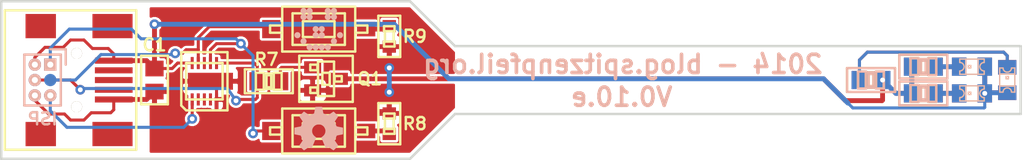
<source format=kicad_pcb>
(kicad_pcb (version 3) (host pcbnew "(2014-03-16 BZR 4752)-product")

  (general
    (links 38)
    (no_connects 0)
    (area 25.842857 100.22 114.097143 116.59)
    (thickness 1.6)
    (drawings 12)
    (tracks 148)
    (zones 0)
    (modules 24)
    (nets 28)
  )

  (page User 431.8 279.4)
  (title_block
    (title "USB inspection light")
    (date "16 Mar 2014")
    (rev 0.10.e)
    (company "2014 - blog.spitzenpfeil.org")
  )

  (layers
    (15 F.Cu signal)
    (0 B.Cu signal)
    (20 B.SilkS user)
    (21 F.SilkS user)
    (22 B.Mask user)
    (23 F.Mask user)
    (24 Dwgs.User user)
    (28 Edge.Cuts user)
  )

  (setup
    (last_trace_width 0.4)
    (user_trace_width 0.25)
    (user_trace_width 0.5)
    (user_trace_width 1)
    (user_trace_width 1.5)
    (user_trace_width 2)
    (user_trace_width 2.5)
    (trace_clearance 0.2)
    (zone_clearance 0.2)
    (zone_45_only no)
    (trace_min 0.25)
    (segment_width 0.2)
    (edge_width 0.2)
    (via_size 0.8)
    (via_drill 0.4)
    (via_min_size 0.8)
    (via_min_drill 0.4)
    (uvia_size 0.5)
    (uvia_drill 0.2)
    (uvias_allowed no)
    (uvia_min_size 0.4978)
    (uvia_min_drill 0.1981)
    (pcb_text_width 0.3)
    (pcb_text_size 1.5 1.5)
    (mod_edge_width 0.2)
    (mod_text_size 1 1)
    (mod_text_width 0.2)
    (pad_size 1.4 3.7)
    (pad_drill 0)
    (pad_to_mask_clearance 0)
    (aux_axis_origin 0 0)
    (visible_elements FFFFDF7F)
    (pcbplotparams
      (layerselection 284196865)
      (usegerberextensions true)
      (excludeedgelayer true)
      (linewidth 0.150000)
      (plotframeref false)
      (viasonmask false)
      (mode 1)
      (useauxorigin false)
      (hpglpennumber 1)
      (hpglpenspeed 20)
      (hpglpendiameter 15)
      (hpglpenoverlay 2)
      (psnegative false)
      (psa4output false)
      (plotreference true)
      (plotvalue true)
      (plotothertext true)
      (plotinvisibletext false)
      (padsonsilk false)
      (subtractmaskfromsilk true)
      (outputformat 1)
      (mirror false)
      (drillshape 0)
      (scaleselection 1)
      (outputdirectory gerber_files/))
  )

  (net 0 "")
  (net 1 +5V)
  (net 2 /MISO)
  (net 3 /PWM)
  (net 4 /RESET)
  (net 5 /SCK)
  (net 6 GND)
  (net 7 "Net-(CON1-Pad6)")
  (net 8 "Net-(CON1-Pad7)")
  (net 9 "Net-(CON1-Pad8)")
  (net 10 "Net-(CON1-Pad9)")
  (net 11 "Net-(D1-Pad2)")
  (net 12 "Net-(D2-Pad2)")
  (net 13 "Net-(D3-Pad2)")
  (net 14 "Net-(D4-Pad2)")
  (net 15 "Net-(D5-Pad2)")
  (net 16 "Net-(D6-Pad2)")
  (net 17 "Net-(IC1-Pad2)")
  (net 18 "Net-(IC1-Pad3)")
  (net 19 "Net-(IC1-Pad4)")
  (net 20 "Net-(IC1-Pad8)")
  (net 21 "Net-(Q1-Pad1)")
  (net 22 "Net-(Q1-Pad3)")
  (net 23 "Net-(R8-Pad1)")
  (net 24 "Net-(R9-Pad1)")
  (net 25 "Net-(CON1-Pad2)")
  (net 26 "Net-(CON1-Pad3)")
  (net 27 "Net-(CON1-Pad4)")

  (net_class Default "This is the default net class."
    (clearance 0.2)
    (trace_width 0.4)
    (via_dia 0.8)
    (via_drill 0.4)
    (uvia_dia 0.5)
    (uvia_drill 0.2)
    (add_net +5V)
    (add_net /MISO)
    (add_net /PWM)
    (add_net /RESET)
    (add_net /SCK)
    (add_net GND)
    (add_net "Net-(CON1-Pad2)")
    (add_net "Net-(CON1-Pad3)")
    (add_net "Net-(CON1-Pad4)")
    (add_net "Net-(CON1-Pad6)")
    (add_net "Net-(CON1-Pad7)")
    (add_net "Net-(CON1-Pad8)")
    (add_net "Net-(CON1-Pad9)")
    (add_net "Net-(D1-Pad2)")
    (add_net "Net-(D2-Pad2)")
    (add_net "Net-(D3-Pad2)")
    (add_net "Net-(D4-Pad2)")
    (add_net "Net-(D5-Pad2)")
    (add_net "Net-(D6-Pad2)")
    (add_net "Net-(IC1-Pad2)")
    (add_net "Net-(IC1-Pad3)")
    (add_net "Net-(IC1-Pad4)")
    (add_net "Net-(IC1-Pad8)")
    (add_net "Net-(Q1-Pad1)")
    (add_net "Net-(Q1-Pad3)")
    (add_net "Net-(R8-Pad1)")
    (add_net "Net-(R9-Pad1)")
  )

  (module my_parts:MADW__PIN_ARRAY_3x2_1.27mm (layer B.Cu) (tedit 53262A85) (tstamp 51644A9E)
    (at 30.6 108.5 270)
    (descr "Male 3x2 header with 1.27mm raster")
    (tags "CONN, header, male, 3x2, 1.27mm")
    (path /5164175A)
    (clearance 0.15)
    (fp_text reference JP1 (at 0 3.1 270) (layer B.SilkS) hide
      (effects (font (size 1 1) (thickness 0.2)) (justify mirror))
    )
    (fp_text value ISP (at 3.2 0 540) (layer B.SilkS)
      (effects (font (size 1 1) (thickness 0.2)) (justify mirror))
    )
    (fp_line (start -2.54 -1.905) (end -2.54 -0.635) (layer B.SilkS) (width 0.2))
    (fp_line (start -2.54 -1.905) (end -1.27 -1.905) (layer B.SilkS) (width 0.2))
    (fp_line (start -2.1 1.5) (end 2.1 1.5) (layer B.SilkS) (width 0.2))
    (fp_line (start 2.1 1.5) (end 2.1 -1.4) (layer B.SilkS) (width 0.2))
    (fp_line (start 2.1 -1.4) (end 2.1 -1.5) (layer B.SilkS) (width 0.2))
    (fp_line (start 2.1 -1.5) (end -2.1 -1.5) (layer B.SilkS) (width 0.2))
    (fp_line (start -2.1 -1.5) (end -2.1 1.5) (layer B.SilkS) (width 0.2))
    (pad 1 thru_hole rect (at -1.27 -0.635 270) (size 1.016 1.016) (drill 0.5) (layers *.Cu B.SilkS B.Mask)
      (net 2 /MISO))
    (pad 2 thru_hole circle (at -1.27 0.635 270) (size 1.016 1.016) (drill 0.5) (layers *.Cu B.SilkS B.Mask)
      (net 1 +5V))
    (pad 3 smd circle (at 0 -0.635 270) (size 1.016 1.016) (layers B.Cu B.Mask)
      (net 5 /SCK))
    (pad 4 thru_hole circle (at 0 0.635 270) (size 1.016 1.016) (drill 0.5) (layers *.Cu B.SilkS B.Mask)
      (net 3 /PWM))
    (pad 5 thru_hole circle (at 1.27 -0.635 270) (size 1.016 1.016) (drill 0.5) (layers *.Cu B.SilkS B.Mask)
      (net 4 /RESET))
    (pad 6 thru_hole circle (at 1.27 0.635 270) (size 1.016 1.016) (drill 0.5) (layers *.Cu B.SilkS B.Mask)
      (net 6 GND))
  )

  (module OSHW-logo_silkscreen_4mm (layer B.Cu) (tedit 52AB27DF) (tstamp 5165F417)
    (at 53.3 112.5)
    (fp_text reference G1 (at 0 -2.1209) (layer B.SilkS) hide
      (effects (font (size 1 1) (thickness 0.2)) (justify mirror))
    )
    (fp_text value OSHW-logo_silkscreen_4mm (at 0 2.1209) (layer B.SilkS) hide
      (effects (font (size 1 1) (thickness 0.2)) (justify mirror))
    )
    (fp_poly (pts (xy -1.21158 1.79578) (xy -1.19126 1.78562) (xy -1.143 1.75514) (xy -1.07696 1.71196)
      (xy -0.99822 1.65862) (xy -0.91948 1.60528) (xy -0.85344 1.5621) (xy -0.80772 1.53162)
      (xy -0.78994 1.52146) (xy -0.77978 1.524) (xy -0.74168 1.54432) (xy -0.6858 1.57226)
      (xy -0.65532 1.5875) (xy -0.60452 1.61036) (xy -0.57912 1.61544) (xy -0.57658 1.60782)
      (xy -0.55626 1.56972) (xy -0.52832 1.50368) (xy -0.49022 1.41732) (xy -0.44704 1.31572)
      (xy -0.40132 1.2065) (xy -0.3556 1.09474) (xy -0.30988 0.98806) (xy -0.27178 0.89154)
      (xy -0.23876 0.81534) (xy -0.21844 0.75946) (xy -0.21082 0.7366) (xy -0.21336 0.73152)
      (xy -0.23876 0.70866) (xy -0.28194 0.67564) (xy -0.37846 0.5969) (xy -0.4699 0.48006)
      (xy -0.52832 0.34798) (xy -0.5461 0.20066) (xy -0.53086 0.06604) (xy -0.47752 -0.0635)
      (xy -0.38608 -0.18288) (xy -0.27432 -0.26924) (xy -0.14478 -0.32512) (xy 0 -0.3429)
      (xy 0.1397 -0.32766) (xy 0.27178 -0.27432) (xy 0.39116 -0.18542) (xy 0.43942 -0.127)
      (xy 0.508 -0.00762) (xy 0.54864 0.11938) (xy 0.55118 0.14986) (xy 0.5461 0.2921)
      (xy 0.50546 0.42672) (xy 0.4318 0.5461) (xy 0.32766 0.64516) (xy 0.31496 0.65532)
      (xy 0.2667 0.69088) (xy 0.23622 0.71374) (xy 0.21082 0.73406) (xy 0.38862 1.16586)
      (xy 0.41656 1.23444) (xy 0.46736 1.35128) (xy 0.51054 1.45288) (xy 0.54356 1.53416)
      (xy 0.56896 1.5875) (xy 0.57912 1.61036) (xy 0.57912 1.61036) (xy 0.59436 1.6129)
      (xy 0.62738 1.6002) (xy 0.68834 1.57226) (xy 0.72898 1.55194) (xy 0.7747 1.52908)
      (xy 0.79502 1.52146) (xy 0.8128 1.53162) (xy 0.85598 1.55956) (xy 0.91948 1.60274)
      (xy 0.99568 1.65354) (xy 1.06934 1.70434) (xy 1.13792 1.75006) (xy 1.18618 1.78054)
      (xy 1.21158 1.79324) (xy 1.21412 1.79324) (xy 1.23444 1.78054) (xy 1.27508 1.75006)
      (xy 1.3335 1.69418) (xy 1.41478 1.6129) (xy 1.42748 1.6002) (xy 1.49606 1.52908)
      (xy 1.55194 1.47066) (xy 1.59004 1.43002) (xy 1.60274 1.41224) (xy 1.60274 1.41224)
      (xy 1.59004 1.38684) (xy 1.55956 1.33858) (xy 1.51384 1.27) (xy 1.4605 1.19126)
      (xy 1.31826 0.98298) (xy 1.397 0.7874) (xy 1.41986 0.72898) (xy 1.45034 0.65532)
      (xy 1.4732 0.60452) (xy 1.4859 0.58166) (xy 1.50622 0.57404) (xy 1.55956 0.56134)
      (xy 1.6383 0.54356) (xy 1.72974 0.52832) (xy 1.81864 0.51054) (xy 1.89738 0.4953)
      (xy 1.9558 0.48514) (xy 1.9812 0.48006) (xy 1.98628 0.47498) (xy 1.99136 0.46228)
      (xy 1.99644 0.43688) (xy 1.99644 0.38862) (xy 1.99898 0.31242) (xy 1.99898 0.20066)
      (xy 1.99898 0.1905) (xy 1.99644 0.08382) (xy 1.99644 0) (xy 1.9939 -0.05334)
      (xy 1.98882 -0.07366) (xy 1.98882 -0.07366) (xy 1.96342 -0.08128) (xy 1.90754 -0.09144)
      (xy 1.8288 -0.10922) (xy 1.73228 -0.127) (xy 1.7272 -0.127) (xy 1.63322 -0.14478)
      (xy 1.55448 -0.16256) (xy 1.4986 -0.17526) (xy 1.47574 -0.18288) (xy 1.47066 -0.18796)
      (xy 1.45034 -0.22606) (xy 1.4224 -0.28448) (xy 1.39192 -0.3556) (xy 1.36144 -0.42926)
      (xy 1.3335 -0.49784) (xy 1.31572 -0.5461) (xy 1.31064 -0.56896) (xy 1.31064 -0.56896)
      (xy 1.32588 -0.59182) (xy 1.3589 -0.64262) (xy 1.40462 -0.70866) (xy 1.4605 -0.78994)
      (xy 1.46304 -0.79756) (xy 1.51892 -0.8763) (xy 1.5621 -0.94488) (xy 1.59258 -0.99314)
      (xy 1.60274 -1.01346) (xy 1.60274 -1.016) (xy 1.58496 -1.03886) (xy 1.54432 -1.08458)
      (xy 1.4859 -1.14554) (xy 1.41478 -1.21666) (xy 1.39192 -1.23698) (xy 1.31572 -1.31318)
      (xy 1.26238 -1.36398) (xy 1.22682 -1.38938) (xy 1.21158 -1.397) (xy 1.21158 -1.39446)
      (xy 1.18618 -1.38176) (xy 1.13538 -1.34874) (xy 1.0668 -1.30048) (xy 0.98552 -1.24714)
      (xy 0.98044 -1.24206) (xy 0.9017 -1.18872) (xy 0.83566 -1.143) (xy 0.7874 -1.11252)
      (xy 0.76708 -1.09982) (xy 0.762 -1.09982) (xy 0.73152 -1.10998) (xy 0.6731 -1.12776)
      (xy 0.60452 -1.1557) (xy 0.53086 -1.18618) (xy 0.46228 -1.21412) (xy 0.41148 -1.23698)
      (xy 0.38862 -1.24968) (xy 0.38862 -1.25222) (xy 0.37846 -1.28016) (xy 0.36576 -1.34112)
      (xy 0.34798 -1.4224) (xy 0.3302 -1.52146) (xy 0.32766 -1.5367) (xy 0.30988 -1.63068)
      (xy 0.29464 -1.70942) (xy 0.28194 -1.7653) (xy 0.27686 -1.78816) (xy 0.26416 -1.7907)
      (xy 0.2159 -1.79324) (xy 0.14478 -1.79578) (xy 0.05842 -1.79578) (xy -0.03048 -1.79578)
      (xy -0.11684 -1.79324) (xy -0.19304 -1.7907) (xy -0.24638 -1.78816) (xy -0.26924 -1.78308)
      (xy -0.27178 -1.78054) (xy -0.2794 -1.7526) (xy -0.2921 -1.69164) (xy -0.30988 -1.61036)
      (xy -0.32766 -1.5113) (xy -0.3302 -1.49352) (xy -0.34798 -1.39954) (xy -0.36576 -1.3208)
      (xy -0.37592 -1.26746) (xy -0.38354 -1.24714) (xy -0.39116 -1.24206) (xy -0.42926 -1.22428)
      (xy -0.49276 -1.19888) (xy -0.57404 -1.16586) (xy -0.75692 -1.0922) (xy -0.98044 -1.24714)
      (xy -1.00076 -1.25984) (xy -1.08204 -1.31572) (xy -1.14808 -1.3589) (xy -1.1938 -1.38938)
      (xy -1.21412 -1.39954) (xy -1.21412 -1.39954) (xy -1.23698 -1.37922) (xy -1.2827 -1.33858)
      (xy -1.34366 -1.27762) (xy -1.41224 -1.20904) (xy -1.46558 -1.1557) (xy -1.52654 -1.0922)
      (xy -1.56718 -1.05156) (xy -1.5875 -1.02362) (xy -1.59512 -1.00584) (xy -1.59258 -0.99568)
      (xy -1.57988 -0.97282) (xy -1.54686 -0.92456) (xy -1.50114 -0.85598) (xy -1.44526 -0.77724)
      (xy -1.39954 -0.70866) (xy -1.35128 -0.635) (xy -1.3208 -0.58166) (xy -1.3081 -0.55372)
      (xy -1.31064 -0.54356) (xy -1.32842 -0.50038) (xy -1.35382 -0.4318) (xy -1.38684 -0.35306)
      (xy -1.46558 -0.17526) (xy -1.58242 -0.15494) (xy -1.65354 -0.1397) (xy -1.7526 -0.12192)
      (xy -1.84658 -0.10414) (xy -1.9939 -0.07366) (xy -1.99898 0.46482) (xy -1.97612 0.47498)
      (xy -1.95326 0.4826) (xy -1.89992 0.49276) (xy -1.82118 0.508) (xy -1.72974 0.52578)
      (xy -1.651 0.54102) (xy -1.57226 0.55626) (xy -1.51638 0.56642) (xy -1.49098 0.5715)
      (xy -1.48336 0.58166) (xy -1.46304 0.61976) (xy -1.4351 0.68072) (xy -1.40462 0.75438)
      (xy -1.37414 0.82804) (xy -1.3462 0.89916) (xy -1.32588 0.9525) (xy -1.31826 0.98044)
      (xy -1.32842 1.00076) (xy -1.3589 1.04648) (xy -1.40208 1.11252) (xy -1.45542 1.19126)
      (xy -1.5113 1.27) (xy -1.55448 1.33858) (xy -1.5875 1.38684) (xy -1.6002 1.40716)
      (xy -1.59258 1.4224) (xy -1.5621 1.4605) (xy -1.50368 1.52146) (xy -1.41478 1.61036)
      (xy -1.39954 1.62306) (xy -1.33096 1.69164) (xy -1.27 1.74498) (xy -1.22936 1.78308)
      (xy -1.21158 1.79578)) (layer B.SilkS) (width 0.00254))
  )

  (module LED_smile_silkscreen_4mm (layer B.Cu) (tedit 52AB27E5) (tstamp 5165F40C)
    (at 53.3 104.3)
    (fp_text reference G2 (at 0 -2.30378) (layer B.SilkS) hide
      (effects (font (size 1 1) (thickness 0.2)) (justify mirror))
    )
    (fp_text value LED_smile_silkscreen_4mm (at 0 2.30378) (layer B.SilkS) hide
      (effects (font (size 1 1) (thickness 0.2)) (justify mirror))
    )
    (fp_poly (pts (xy 0.75438 1.74752) (xy 0.80518 1.74244) (xy 0.8509 1.7272) (xy 0.87122 1.71704)
      (xy 0.9144 1.68656) (xy 0.94742 1.651) (xy 0.97282 1.60782) (xy 0.9906 1.5621)
      (xy 0.99822 1.51384) (xy 0.99568 1.46304) (xy 0.98552 1.41478) (xy 0.96266 1.36906)
      (xy 0.94742 1.34874) (xy 0.9271 1.32588) (xy 0.90424 1.30302) (xy 0.88392 1.28778)
      (xy 0.8763 1.2827) (xy 0.83312 1.26238) (xy 0.7874 1.25222) (xy 0.73914 1.24968)
      (xy 0.72136 1.25222) (xy 0.69342 1.25476) (xy 0.67056 1.26238) (xy 0.64262 1.27254)
      (xy 0.61468 1.28778) (xy 0.57404 1.3208) (xy 0.54102 1.36144) (xy 0.51562 1.40716)
      (xy 0.508 1.42748) (xy 0.50292 1.45288) (xy 0.50038 1.47066) (xy 0.50038 1.4732)
      (xy 0.49784 1.47574) (xy 0.49784 1.46558) (xy 0.49784 1.46304) (xy 0.49022 1.43002)
      (xy 0.47752 1.397) (xy 0.46228 1.36906) (xy 0.43434 1.33096) (xy 0.39624 1.29794)
      (xy 0.35306 1.27) (xy 0.30226 1.25476) (xy 0.25146 1.24968) (xy 0.23622 1.24968)
      (xy 0.19812 1.25476) (xy 0.16002 1.26492) (xy 0.1524 1.26746) (xy 0.10922 1.29032)
      (xy 0.07112 1.32334) (xy 0.04064 1.36144) (xy 0.01778 1.40208) (xy 0.00508 1.4478)
      (xy 0.00254 1.4478) (xy 0 1.4605) (xy 0 1.46558) (xy 0 1.46558)
      (xy 0 1.4605) (xy -0.00508 1.4478) (xy -0.00508 1.44272) (xy -0.02032 1.39954)
      (xy -0.04318 1.35636) (xy -0.0762 1.31826) (xy -0.10668 1.29286) (xy -0.14986 1.27)
      (xy -0.19812 1.25476) (xy -0.25146 1.24968) (xy -0.28702 1.25222) (xy -0.33782 1.26492)
      (xy -0.38354 1.28778) (xy -0.42418 1.31826) (xy -0.45466 1.3589) (xy -0.45974 1.36398)
      (xy -0.4699 1.3843) (xy -0.47752 1.39954) (xy -0.4826 1.4097) (xy -0.49022 1.43256)
      (xy -0.4953 1.45542) (xy -0.49784 1.47066) (xy -0.49784 1.4732) (xy -0.49784 1.4732)
      (xy -0.50038 1.46304) (xy -0.50546 1.4351) (xy -0.51816 1.40208) (xy -0.5334 1.3716)
      (xy -0.56388 1.33096) (xy -0.60198 1.29794) (xy -0.64516 1.27) (xy -0.69596 1.25476)
      (xy -0.74676 1.24968) (xy -0.79502 1.25222) (xy -0.84328 1.26746) (xy -0.88646 1.29032)
      (xy -0.9271 1.32588) (xy -0.94742 1.3462) (xy -0.9652 1.37414) (xy -0.98044 1.40716)
      (xy -0.9906 1.43256) (xy -0.99822 1.48336) (xy -0.99568 1.53162) (xy -0.98552 1.57734)
      (xy -0.96774 1.62306) (xy -0.9398 1.66116) (xy -0.90424 1.69418) (xy -0.8636 1.72212)
      (xy -0.81788 1.7399) (xy -0.76708 1.74752) (xy -0.76454 1.74752) (xy -0.7112 1.74752)
      (xy -0.66548 1.73482) (xy -0.61976 1.71196) (xy -0.60198 1.7018) (xy -0.56896 1.67132)
      (xy -0.54102 1.6383) (xy -0.51816 1.6002) (xy -0.51308 1.58496) (xy -0.508 1.56464)
      (xy -0.50292 1.54178) (xy -0.50038 1.52654) (xy -0.50038 1.51638) (xy -0.49784 1.52654)
      (xy -0.49784 1.53416) (xy -0.49276 1.55702) (xy -0.48514 1.58242) (xy -0.47752 1.60274)
      (xy -0.46482 1.6256) (xy -0.43434 1.66624) (xy -0.39624 1.69926) (xy -0.35306 1.7272)
      (xy -0.30226 1.74244) (xy -0.29464 1.74498) (xy -0.25908 1.74752) (xy -0.22352 1.74752)
      (xy -0.1905 1.74244) (xy -0.15748 1.73228) (xy -0.11176 1.70688) (xy -0.06858 1.67386)
      (xy -0.06604 1.67132) (xy -0.0381 1.63576) (xy -0.01778 1.59258) (xy -0.00508 1.5494)
      (xy -0.00254 1.5494) (xy 0 1.5367) (xy 0 1.53162) (xy 0 1.53416)
      (xy 0.00254 1.54686) (xy 0.00254 1.5494) (xy 0.01016 1.5748) (xy 0.02286 1.60274)
      (xy 0.03556 1.63068) (xy 0.05842 1.66116) (xy 0.09652 1.69672) (xy 0.1397 1.72466)
      (xy 0.1905 1.74244) (xy 0.19812 1.74498) (xy 0.23114 1.74752) (xy 0.26924 1.74752)
      (xy 0.29972 1.74498) (xy 0.32766 1.73482) (xy 0.37592 1.7145) (xy 0.41656 1.68402)
      (xy 0.45212 1.64592) (xy 0.47752 1.60274) (xy 0.4826 1.5875) (xy 0.49022 1.56464)
      (xy 0.4953 1.54178) (xy 0.49784 1.52654) (xy 0.49784 1.524) (xy 0.49784 1.524)
      (xy 0.50038 1.53416) (xy 0.50038 1.53416) (xy 0.508 1.56718) (xy 0.5207 1.6002)
      (xy 0.53594 1.62814) (xy 0.54102 1.6383) (xy 0.57404 1.6764) (xy 0.61468 1.70942)
      (xy 0.65786 1.73228) (xy 0.70358 1.74498) (xy 0.75438 1.74752)) (layer B.SilkS) (width 0.00254))
    (fp_poly (pts (xy -1.26492 1.24968) (xy -1.23444 1.24714) (xy -1.2065 1.2446) (xy -1.17094 1.23698)
      (xy -1.12522 1.21666) (xy -1.08458 1.18618) (xy -1.04902 1.14808) (xy -1.02362 1.1049)
      (xy -1.00584 1.05918) (xy -0.99822 1.00838) (xy -1.0033 0.95758) (xy -1.016 0.90932)
      (xy -1.03886 0.8636) (xy -1.06934 0.8255) (xy -1.10998 0.78994) (xy -1.12268 0.78232)
      (xy -1.17094 0.762) (xy -1.22174 0.7493) (xy -1.27254 0.7493) (xy -1.32334 0.75946)
      (xy -1.36398 0.77724) (xy -1.40716 0.80518) (xy -1.44526 0.84328) (xy -1.4732 0.88646)
      (xy -1.49098 0.93726) (xy -1.49606 0.96266) (xy -1.4986 0.99568) (xy -1.4986 1.02616)
      (xy -1.49352 1.0541) (xy -1.49098 1.06426) (xy -1.47066 1.11506) (xy -1.44272 1.15824)
      (xy -1.40462 1.1938) (xy -1.3589 1.22428) (xy -1.33604 1.2319) (xy -1.3081 1.24206)
      (xy -1.2827 1.24714) (xy -1.26492 1.24968)) (layer B.SilkS) (width 0.00254))
    (fp_poly (pts (xy 1.25476 1.24968) (xy 1.30556 1.24206) (xy 1.35636 1.22428) (xy 1.40208 1.19634)
      (xy 1.41224 1.18872) (xy 1.44526 1.15316) (xy 1.4732 1.10998) (xy 1.49098 1.05918)
      (xy 1.49606 1.03378) (xy 1.4986 1.0033) (xy 1.4986 0.97028) (xy 1.49352 0.94488)
      (xy 1.49098 0.93218) (xy 1.47066 0.88138) (xy 1.44272 0.84074) (xy 1.40462 0.80264)
      (xy 1.36144 0.77724) (xy 1.31572 0.75692) (xy 1.26238 0.7493) (xy 1.2446 0.7493)
      (xy 1.1938 0.75438) (xy 1.14554 0.76962) (xy 1.1049 0.79502) (xy 1.0668 0.82804)
      (xy 1.03632 0.86614) (xy 1.016 0.90932) (xy 1.0033 0.95758) (xy 1.00076 1.01092)
      (xy 1.0033 1.0414) (xy 1.00838 1.0668) (xy 1.01854 1.09728) (xy 1.03886 1.13538)
      (xy 1.07188 1.17348) (xy 1.10998 1.2065) (xy 1.1557 1.2319) (xy 1.20396 1.2446)
      (xy 1.25476 1.24968)) (layer B.SilkS) (width 0.00254))
    (fp_poly (pts (xy -1.76276 0.74676) (xy -1.7272 0.74676) (xy -1.69672 0.74422) (xy -1.66116 0.73406)
      (xy -1.61544 0.70866) (xy -1.57226 0.67564) (xy -1.54686 0.64516) (xy -1.52146 0.60198)
      (xy -1.50368 0.55118) (xy -1.50114 0.5334) (xy -1.4986 0.50292) (xy -1.50114 0.47244)
      (xy -1.50368 0.44704) (xy -1.50876 0.4318) (xy -1.52654 0.38354) (xy -1.55702 0.34036)
      (xy -1.59258 0.30226) (xy -1.6383 0.27432) (xy -1.65608 0.2667) (xy -1.68656 0.25654)
      (xy -1.71958 0.25146) (xy -1.75768 0.25146) (xy -1.78054 0.25146) (xy -1.80848 0.25654)
      (xy -1.83388 0.26162) (xy -1.85928 0.27432) (xy -1.87706 0.28448) (xy -1.9177 0.31496)
      (xy -1.95326 0.35306) (xy -1.97866 0.39878) (xy -1.9939 0.44958) (xy -1.99644 0.46228)
      (xy -1.99898 0.49022) (xy -1.99898 0.5207) (xy -1.9939 0.54864) (xy -1.99136 0.56642)
      (xy -1.97104 0.61468) (xy -1.9431 0.65786) (xy -1.905 0.69342) (xy -1.86182 0.72136)
      (xy -1.81102 0.74168) (xy -1.79578 0.74422) (xy -1.76276 0.74676)) (layer B.SilkS) (width 0.00254))
    (fp_poly (pts (xy 0.24384 0.7493) (xy 0.2921 0.74422) (xy 0.34036 0.73152) (xy 0.3683 0.71882)
      (xy 0.41148 0.68834) (xy 0.44704 0.65278) (xy 0.47244 0.60706) (xy 0.49022 0.5588)
      (xy 0.49276 0.54864) (xy 0.50038 0.508) (xy 0.49784 0.4699) (xy 0.48768 0.42672)
      (xy 0.46736 0.37846) (xy 0.43942 0.33528) (xy 0.40132 0.29972) (xy 0.3556 0.27432)
      (xy 0.3048 0.254) (xy 0.27432 0.24638) (xy 0.28956 0.24638) (xy 0.29464 0.24384)
      (xy 0.3302 0.23622) (xy 0.3683 0.21844) (xy 0.40132 0.19558) (xy 0.40894 0.1905)
      (xy 0.4445 0.15494) (xy 0.47244 0.11176) (xy 0.49022 0.06604) (xy 0.49784 0.01778)
      (xy 0.49784 -0.03048) (xy 0.48514 -0.07874) (xy 0.46482 -0.127) (xy 0.46228 -0.127)
      (xy 0.4318 -0.17018) (xy 0.3937 -0.2032) (xy 0.35306 -0.22606) (xy 0.30734 -0.2413)
      (xy 0.25908 -0.24892) (xy 0.21082 -0.24638) (xy 0.16256 -0.23368) (xy 0.11684 -0.21082)
      (xy 0.0762 -0.18034) (xy 0.05588 -0.15748) (xy 0.03048 -0.11938) (xy 0.0127 -0.08128)
      (xy 0.00254 -0.04318) (xy 0 -0.03556) (xy 0 -0.03048) (xy 0 -0.03302)
      (xy -0.00254 -0.04318) (xy -0.01016 -0.07874) (xy -0.0254 -0.1143) (xy -0.04826 -0.14732)
      (xy -0.06096 -0.16256) (xy -0.09652 -0.19812) (xy -0.14224 -0.22352) (xy -0.18796 -0.2413)
      (xy -0.23876 -0.24892) (xy -0.28956 -0.24638) (xy -0.32258 -0.23876) (xy -0.37084 -0.21844)
      (xy -0.41148 -0.18796) (xy -0.44704 -0.1524) (xy -0.47498 -0.10922) (xy -0.49276 -0.05842)
      (xy -0.4953 -0.03302) (xy -0.49784 0.01524) (xy -0.49022 0.06604) (xy -0.47244 0.11176)
      (xy -0.4445 0.15494) (xy -0.4064 0.1905) (xy -0.36322 0.22098) (xy -0.3429 0.2286)
      (xy -0.32004 0.23876) (xy -0.29972 0.24384) (xy -0.28194 0.24638) (xy -0.2794 0.24638)
      (xy -0.28194 0.24892) (xy -0.2921 0.25146) (xy -0.3175 0.25908) (xy -0.35052 0.26924)
      (xy -0.37846 0.28448) (xy -0.3937 0.29464) (xy -0.42672 0.32512) (xy -0.4572 0.36068)
      (xy -0.47752 0.39878) (xy -0.49276 0.43942) (xy -0.49784 0.48514) (xy -0.49784 0.52832)
      (xy -0.4953 0.53594) (xy -0.4826 0.58928) (xy -0.45974 0.635) (xy -0.42418 0.67564)
      (xy -0.39624 0.70104) (xy -0.35306 0.72644) (xy -0.30226 0.74422) (xy -0.28448 0.74676)
      (xy -0.25654 0.74676) (xy -0.2286 0.74676) (xy -0.20066 0.74422) (xy -0.18034 0.73914)
      (xy -0.1651 0.73406) (xy -0.11684 0.7112) (xy -0.07366 0.67818) (xy -0.04064 0.63754)
      (xy -0.02794 0.61722) (xy -0.0127 0.5842) (xy -0.00508 0.55118) (xy -0.00254 0.54864)
      (xy 0 0.53594) (xy 0 0.53086) (xy 0 0.53086) (xy 0 0.46482)
      (xy 0 0.46482) (xy 0 0.45974) (xy -0.00508 0.44704) (xy -0.00508 0.4445)
      (xy -0.02032 0.39878) (xy -0.04318 0.35814) (xy -0.0762 0.32004) (xy -0.1143 0.28956)
      (xy -0.15494 0.2667) (xy -0.15748 0.2667) (xy -0.18034 0.25908) (xy -0.20066 0.254)
      (xy -0.22352 0.24892) (xy -0.2032 0.24384) (xy -0.17272 0.23622) (xy -0.127 0.21844)
      (xy -0.08636 0.18796) (xy -0.05334 0.1524) (xy -0.0254 0.11176) (xy -0.01524 0.09144)
      (xy -0.00762 0.06604) (xy -0.00254 0.04318) (xy 0 0.03556) (xy 0 0.03048)
      (xy 0 0.03302) (xy 0.00254 0.04318) (xy 0.00762 0.0635) (xy 0.01524 0.0889)
      (xy 0.0254 0.11176) (xy 0.04064 0.1397) (xy 0.07366 0.1778) (xy 0.11176 0.20828)
      (xy 0.15748 0.23114) (xy 0.2032 0.24384) (xy 0.22606 0.24892) (xy 0.2032 0.254)
      (xy 0.19812 0.254) (xy 0.1778 0.25908) (xy 0.15494 0.2667) (xy 0.1524 0.26924)
      (xy 0.10922 0.2921) (xy 0.07112 0.32258) (xy 0.04064 0.36068) (xy 0.01778 0.40132)
      (xy 0.00508 0.44704) (xy 0.00254 0.44958) (xy 0 0.45974) (xy 0 0.46482)
      (xy 0 0.53086) (xy 0 0.53086) (xy 0 0.53848) (xy 0.00508 0.55118)
      (xy 0.0127 0.5842) (xy 0.03302 0.62738) (xy 0.0635 0.66802) (xy 0.1016 0.70104)
      (xy 0.14478 0.72644) (xy 0.14478 0.72644) (xy 0.19304 0.74168) (xy 0.24384 0.7493)) (layer B.SilkS) (width 0.00254))
    (fp_poly (pts (xy 1.72974 0.74676) (xy 1.77038 0.74676) (xy 1.80848 0.74168) (xy 1.83134 0.73406)
      (xy 1.8796 0.71374) (xy 1.92024 0.68072) (xy 1.95326 0.64516) (xy 1.97866 0.59944)
      (xy 1.9939 0.55118) (xy 1.99898 0.49784) (xy 1.99898 0.47752) (xy 1.98882 0.42672)
      (xy 1.9685 0.37846) (xy 1.93802 0.33274) (xy 1.92786 0.32512) (xy 1.8923 0.29464)
      (xy 1.85166 0.27178) (xy 1.80848 0.25654) (xy 1.80594 0.254) (xy 1.76784 0.24892)
      (xy 1.7272 0.24892) (xy 1.69164 0.254) (xy 1.6764 0.25908) (xy 1.63068 0.2794)
      (xy 1.5875 0.30734) (xy 1.55448 0.3429) (xy 1.52654 0.38354) (xy 1.50876 0.42926)
      (xy 1.4986 0.47752) (xy 1.50114 0.52832) (xy 1.5113 0.57912) (xy 1.52908 0.61722)
      (xy 1.55702 0.65786) (xy 1.59512 0.69596) (xy 1.6383 0.72136) (xy 1.68656 0.74168)
      (xy 1.69164 0.74168) (xy 1.72974 0.74676)) (layer B.SilkS) (width 0.00254))
    (fp_poly (pts (xy -0.74168 -0.7493) (xy -0.69088 -0.75438) (xy -0.64262 -0.77216) (xy -0.61976 -0.78486)
      (xy -0.59944 -0.8001) (xy -0.57404 -0.82042) (xy -0.54864 -0.84836) (xy -0.52324 -0.89154)
      (xy -0.50546 -0.9398) (xy -0.50292 -0.9525) (xy -0.50038 -0.98552) (xy -0.50038 -1.02108)
      (xy -0.50292 -1.05156) (xy -0.51816 -1.0922) (xy -0.54102 -1.13792) (xy -0.5715 -1.17348)
      (xy -0.57658 -1.1811) (xy -0.59944 -1.19888) (xy -0.62484 -1.21666) (xy -0.65024 -1.22936)
      (xy -0.6604 -1.2319) (xy -0.68072 -1.23952) (xy -0.70104 -1.2446) (xy -0.71628 -1.24714)
      (xy -0.7239 -1.24714) (xy -0.71374 -1.24968) (xy -0.70358 -1.25222) (xy -0.6858 -1.2573)
      (xy -0.66802 -1.26238) (xy -0.62992 -1.28016) (xy -0.59436 -1.30302) (xy -0.56388 -1.32842)
      (xy -0.5588 -1.33604) (xy -0.53086 -1.37922) (xy -0.51054 -1.42494) (xy -0.50038 -1.47574)
      (xy -0.50038 -1.52654) (xy -0.50038 -1.5367) (xy -0.51562 -1.5875) (xy -0.53848 -1.63322)
      (xy -0.57404 -1.6764) (xy -0.60452 -1.7018) (xy -0.6477 -1.7272) (xy -0.69596 -1.74498)
      (xy -0.70612 -1.74498) (xy -0.73914 -1.74752) (xy -0.7747 -1.74752) (xy -0.80518 -1.74244)
      (xy -0.83566 -1.73482) (xy -0.88138 -1.71196) (xy -0.91948 -1.68148) (xy -0.9525 -1.64338)
      (xy -0.9779 -1.6002) (xy -0.99314 -1.55194) (xy -0.99568 -1.54686) (xy -0.99822 -1.53416)
      (xy -1.00076 -1.52908) (xy -1.00076 -1.53416) (xy -1.0033 -1.54432) (xy -1.00838 -1.56464)
      (xy -1.016 -1.5875) (xy -1.02362 -1.60782) (xy -1.03124 -1.62306) (xy -1.06172 -1.66624)
      (xy -1.09982 -1.7018) (xy -1.14554 -1.7272) (xy -1.1938 -1.74244) (xy -1.24714 -1.74752)
      (xy -1.28778 -1.74498) (xy -1.33604 -1.73482) (xy -1.37922 -1.71196) (xy -1.40462 -1.69418)
      (xy -1.44272 -1.65862) (xy -1.47066 -1.61544) (xy -1.48844 -1.56972) (xy -1.4986 -1.52146)
      (xy -1.4986 -1.47066) (xy -1.4859 -1.4224) (xy -1.46558 -1.37414) (xy -1.4351 -1.3335)
      (xy -1.397 -1.29794) (xy -1.35382 -1.27254) (xy -1.30302 -1.25476) (xy -1.27254 -1.24714)
      (xy -1.29032 -1.2446) (xy -1.30048 -1.2446) (xy -1.34112 -1.2319) (xy -1.37922 -1.21158)
      (xy -1.41732 -1.18364) (xy -1.44526 -1.15316) (xy -1.46304 -1.12776) (xy -1.48082 -1.0922)
      (xy -1.49098 -1.05918) (xy -1.49606 -1.03378) (xy -1.4986 -1.0033) (xy -1.4986 -0.97028)
      (xy -1.49352 -0.94488) (xy -1.4859 -0.9144) (xy -1.4605 -0.86614) (xy -1.43002 -0.8255)
      (xy -1.38938 -0.79248) (xy -1.34366 -0.76708) (xy -1.29032 -0.75184) (xy -1.27762 -0.7493)
      (xy -1.24714 -0.7493) (xy -1.21412 -0.75184) (xy -1.18618 -0.75692) (xy -1.16586 -0.762)
      (xy -1.12014 -0.78486) (xy -1.07696 -0.81534) (xy -1.04394 -0.85344) (xy -1.01854 -0.89916)
      (xy -1.0033 -0.94996) (xy -1.0033 -0.9525) (xy -1.00076 -0.9652) (xy -0.99822 -0.96266)
      (xy -0.99822 -1.03124) (xy -1.00076 -1.03378) (xy -1.0033 -1.04394) (xy -1.0033 -1.04648)
      (xy -1.01092 -1.0795) (xy -1.0287 -1.11506) (xy -1.04902 -1.14808) (xy -1.06426 -1.16586)
      (xy -1.10236 -1.20142) (xy -1.14808 -1.22682) (xy -1.19888 -1.2446) (xy -1.22174 -1.24968)
      (xy -1.2065 -1.25222) (xy -1.19126 -1.25476) (xy -1.17348 -1.25984) (xy -1.16332 -1.26238)
      (xy -1.1176 -1.28524) (xy -1.0795 -1.31572) (xy -1.04394 -1.35382) (xy -1.02108 -1.397)
      (xy -1.0033 -1.44526) (xy -1.00076 -1.45796) (xy -0.99822 -1.46558) (xy -0.99568 -1.4605)
      (xy -0.99314 -1.44526) (xy -0.99314 -1.44526) (xy -0.98552 -1.41732) (xy -0.97282 -1.38684)
      (xy -0.95758 -1.36144) (xy -0.94488 -1.34366) (xy -0.92202 -1.3208) (xy -0.89662 -1.29794)
      (xy -0.87376 -1.2827) (xy -0.87122 -1.28016) (xy -0.83312 -1.26492) (xy -0.79248 -1.25222)
      (xy -0.7747 -1.24968) (xy -0.79502 -1.2446) (xy -0.8382 -1.2319) (xy -0.88392 -1.20904)
      (xy -0.92456 -1.17856) (xy -0.95504 -1.14046) (xy -0.96266 -1.12776) (xy -0.97536 -1.10236)
      (xy -0.98552 -1.07696) (xy -0.99314 -1.0541) (xy -0.99568 -1.03886) (xy -0.99568 -1.03886)
      (xy -0.99822 -1.03124) (xy -0.99822 -0.96266) (xy -0.99822 -0.96266) (xy -0.99568 -0.9525)
      (xy -0.9906 -0.93726) (xy -0.98806 -0.92202) (xy -0.9779 -0.89662) (xy -0.9525 -0.85344)
      (xy -0.91948 -0.81534) (xy -0.88138 -0.7874) (xy -0.83566 -0.76454) (xy -0.78994 -0.75184)
      (xy -0.74168 -0.7493)) (layer B.SilkS) (width 0.00254))
    (fp_poly (pts (xy 0.762 -0.7493) (xy 0.81026 -0.75692) (xy 0.85852 -0.7747) (xy 0.89916 -0.8001)
      (xy 0.93726 -0.83312) (xy 0.9652 -0.87376) (xy 0.98806 -0.92202) (xy 0.9906 -0.93726)
      (xy 0.99568 -0.9525) (xy 0.99568 -0.95504) (xy 0.99822 -0.9652) (xy 0.99822 -0.9652)
      (xy 0.99822 -1.03378) (xy 0.99568 -1.0414) (xy 0.9906 -1.05918) (xy 0.98298 -1.08712)
      (xy 0.96012 -1.13284) (xy 0.92964 -1.17094) (xy 0.89154 -1.20396) (xy 0.84836 -1.22936)
      (xy 0.8001 -1.2446) (xy 0.7747 -1.24968) (xy 0.79248 -1.25222) (xy 0.79502 -1.25222)
      (xy 0.83566 -1.26492) (xy 0.87376 -1.2827) (xy 0.889 -1.29286) (xy 0.9144 -1.31318)
      (xy 0.9398 -1.33604) (xy 0.95758 -1.36144) (xy 0.97028 -1.3843) (xy 0.98552 -1.41478)
      (xy 0.99314 -1.44526) (xy 0.99568 -1.45796) (xy 0.99822 -1.46558) (xy 1.00076 -1.4605)
      (xy 1.0033 -1.44526) (xy 1.01346 -1.41224) (xy 1.03632 -1.36652) (xy 1.06934 -1.32588)
      (xy 1.10744 -1.29286) (xy 1.15316 -1.26746) (xy 1.2065 -1.25222) (xy 1.22174 -1.24968)
      (xy 1.19888 -1.2446) (xy 1.17602 -1.23698) (xy 1.12776 -1.21666) (xy 1.08458 -1.18618)
      (xy 1.04902 -1.14808) (xy 1.03886 -1.13284) (xy 1.02616 -1.10998) (xy 1.01346 -1.08458)
      (xy 1.00838 -1.0668) (xy 1.0033 -1.04648) (xy 1.0033 -1.04648) (xy 1.00076 -1.03632)
      (xy 0.99822 -1.03378) (xy 0.99822 -0.9652) (xy 1.00076 -0.96266) (xy 1.0033 -0.94996)
      (xy 1.00838 -0.93218) (xy 1.02108 -0.89408) (xy 1.0414 -0.85852) (xy 1.05664 -0.84074)
      (xy 1.0922 -0.80264) (xy 1.13792 -0.7747) (xy 1.18872 -0.75692) (xy 1.20904 -0.75184)
      (xy 1.2446 -0.7493) (xy 1.28016 -0.75184) (xy 1.31064 -0.75692) (xy 1.31318 -0.75692)
      (xy 1.36398 -0.77724) (xy 1.40716 -0.80518) (xy 1.44526 -0.84328) (xy 1.4732 -0.88646)
      (xy 1.49098 -0.93726) (xy 1.49606 -0.96012) (xy 1.4986 -0.99568) (xy 1.49606 -1.0287)
      (xy 1.49098 -1.05918) (xy 1.48336 -1.08712) (xy 1.46558 -1.12268) (xy 1.44526 -1.15316)
      (xy 1.4224 -1.17856) (xy 1.39192 -1.20396) (xy 1.3589 -1.22428) (xy 1.34874 -1.22936)
      (xy 1.32334 -1.23698) (xy 1.30048 -1.2446) (xy 1.2827 -1.24714) (xy 1.28016 -1.24714)
      (xy 1.28778 -1.24968) (xy 1.30048 -1.25476) (xy 1.33096 -1.26238) (xy 1.36398 -1.27762)
      (xy 1.38938 -1.29286) (xy 1.397 -1.2954) (xy 1.42748 -1.32588) (xy 1.45796 -1.36144)
      (xy 1.47828 -1.397) (xy 1.4859 -1.41732) (xy 1.49606 -1.46558) (xy 1.4986 -1.51892)
      (xy 1.48844 -1.56718) (xy 1.4859 -1.57988) (xy 1.46558 -1.6256) (xy 1.4351 -1.66624)
      (xy 1.397 -1.7018) (xy 1.35128 -1.7272) (xy 1.30302 -1.74498) (xy 1.2954 -1.74498)
      (xy 1.25984 -1.74752) (xy 1.22428 -1.74752) (xy 1.19126 -1.74244) (xy 1.18364 -1.7399)
      (xy 1.13284 -1.72212) (xy 1.08966 -1.69164) (xy 1.0541 -1.65354) (xy 1.02362 -1.60782)
      (xy 1.01854 -1.59512) (xy 1.01092 -1.57226) (xy 1.0033 -1.5494) (xy 1.00076 -1.53416)
      (xy 1.00076 -1.53162) (xy 1.00076 -1.52908) (xy 0.99568 -1.5367) (xy 0.99314 -1.5494)
      (xy 0.98552 -1.58496) (xy 0.96266 -1.62814) (xy 0.93218 -1.66878) (xy 0.89662 -1.7018)
      (xy 0.8509 -1.7272) (xy 0.8509 -1.7272) (xy 0.80518 -1.74244) (xy 0.75438 -1.74752)
      (xy 0.70358 -1.74498) (xy 0.65786 -1.73228) (xy 0.62992 -1.71958) (xy 0.58674 -1.6891)
      (xy 0.55118 -1.651) (xy 0.52324 -1.60782) (xy 0.50546 -1.55956) (xy 0.50292 -1.5494)
      (xy 0.49784 -1.50876) (xy 0.50038 -1.47066) (xy 0.51054 -1.42494) (xy 0.53086 -1.37668)
      (xy 0.56134 -1.3335) (xy 0.59944 -1.29794) (xy 0.64516 -1.27254) (xy 0.69596 -1.25476)
      (xy 0.70612 -1.25222) (xy 0.71628 -1.24714) (xy 0.71628 -1.24714) (xy 0.70104 -1.2446)
      (xy 0.67056 -1.23698) (xy 0.64008 -1.22428) (xy 0.61214 -1.2065) (xy 0.5842 -1.18618)
      (xy 0.54864 -1.14808) (xy 0.5207 -1.10236) (xy 0.51816 -1.09474) (xy 0.50292 -1.04648)
      (xy 0.49784 -0.99568) (xy 0.50546 -0.94234) (xy 0.5207 -0.89408) (xy 0.5334 -0.87122)
      (xy 0.54864 -0.84836) (xy 0.56896 -0.8255) (xy 0.5715 -0.82296) (xy 0.61214 -0.78994)
      (xy 0.65532 -0.76708) (xy 0.70612 -0.75184) (xy 0.7112 -0.75184) (xy 0.762 -0.7493)) (layer B.SilkS) (width 0.00254))
  )

  (module MADW__R0805 (layer B.Cu) (tedit 5163209C) (tstamp 5167B582)
    (at 103 109.6 180)
    (descr RESISTOR)
    (tags RESISTOR)
    (path /516318B0)
    (attr smd)
    (fp_text reference R6 (at 0 1.7 180) (layer B.SilkS) hide
      (effects (font (size 1 1) (thickness 0.2)) (justify mirror))
    )
    (fp_text value 100R (at 0 -1.9 180) (layer B.SilkS) hide
      (effects (font (size 1 1) (thickness 0.2)) (justify mirror))
    )
    (fp_line (start 0.4064 -0.6985) (end 1.0541 -0.6985) (layer B.SilkS) (width 0.2))
    (fp_line (start 1.0541 -0.6985) (end 1.0541 0.70104) (layer B.SilkS) (width 0.2))
    (fp_line (start 0.4064 0.70104) (end 1.0541 0.70104) (layer B.SilkS) (width 0.2))
    (fp_line (start 0.4064 -0.6985) (end 0.4064 0.70104) (layer B.SilkS) (width 0.2))
    (fp_line (start -1.0668 -0.6985) (end -0.41656 -0.6985) (layer B.SilkS) (width 0.2))
    (fp_line (start -0.41656 -0.6985) (end -0.41656 0.70104) (layer B.SilkS) (width 0.2))
    (fp_line (start -1.0668 0.70104) (end -0.41656 0.70104) (layer B.SilkS) (width 0.2))
    (fp_line (start -1.0668 -0.6985) (end -1.0668 0.70104) (layer B.SilkS) (width 0.2))
    (fp_line (start -0.19812 -0.49784) (end 0.19812 -0.49784) (layer B.SilkS) (width 0.2))
    (fp_line (start 0.19812 -0.49784) (end 0.19812 0.49784) (layer B.SilkS) (width 0.2))
    (fp_line (start -0.19812 0.49784) (end 0.19812 0.49784) (layer B.SilkS) (width 0.2))
    (fp_line (start -0.19812 -0.49784) (end -0.19812 0.49784) (layer B.SilkS) (width 0.2))
    (fp_line (start -0.40894 0.635) (end 0.40894 0.635) (layer B.SilkS) (width 0.2))
    (fp_line (start -0.40894 -0.635) (end 0.40894 -0.635) (layer B.SilkS) (width 0.2))
    (fp_line (start -1.97104 0.98298) (end 1.97104 0.98298) (layer B.SilkS) (width 0.2))
    (fp_line (start 1.97104 0.98298) (end 1.97104 -0.98298) (layer B.SilkS) (width 0.2))
    (fp_line (start 1.97104 -0.98298) (end -1.97104 -0.98298) (layer B.SilkS) (width 0.2))
    (fp_line (start -1.97104 -0.98298) (end -1.97104 0.98298) (layer B.SilkS) (width 0.2))
    (pad 1 smd rect (at -0.94996 0 180) (size 1.29794 1.4986) (layers B.Cu B.Mask)
      (net 16 "Net-(D6-Pad2)"))
    (pad 2 smd rect (at 0.94996 0 180) (size 1.29794 1.4986) (layers B.Cu B.Mask)
      (net 22 "Net-(Q1-Pad3)"))
    (model ../../../../../Arduino/KiCAD/kicad_sources/library-repos/kicad-library/modules/packages3d/smd/resistors/R0805.wrl
      (at (xyz 0 0 0))
      (scale (xyz 0.5 0.5 0.5))
      (rotate (xyz 0 0 0))
    )
  )

  (module MADW__R0805 (layer F.Cu) (tedit 5163209C) (tstamp 5167A272)
    (at 98.7 108.5)
    (descr RESISTOR)
    (tags RESISTOR)
    (path /51631844)
    (attr smd)
    (fp_text reference R1 (at 0 -1.7) (layer F.SilkS) hide
      (effects (font (size 1 1) (thickness 0.2)))
    )
    (fp_text value 100R (at 0 1.9) (layer F.SilkS) hide
      (effects (font (size 1 1) (thickness 0.2)))
    )
    (fp_line (start 0.4064 0.6985) (end 1.0541 0.6985) (layer F.SilkS) (width 0.2))
    (fp_line (start 1.0541 0.6985) (end 1.0541 -0.70104) (layer F.SilkS) (width 0.2))
    (fp_line (start 0.4064 -0.70104) (end 1.0541 -0.70104) (layer F.SilkS) (width 0.2))
    (fp_line (start 0.4064 0.6985) (end 0.4064 -0.70104) (layer F.SilkS) (width 0.2))
    (fp_line (start -1.0668 0.6985) (end -0.41656 0.6985) (layer F.SilkS) (width 0.2))
    (fp_line (start -0.41656 0.6985) (end -0.41656 -0.70104) (layer F.SilkS) (width 0.2))
    (fp_line (start -1.0668 -0.70104) (end -0.41656 -0.70104) (layer F.SilkS) (width 0.2))
    (fp_line (start -1.0668 0.6985) (end -1.0668 -0.70104) (layer F.SilkS) (width 0.2))
    (fp_line (start -0.19812 0.49784) (end 0.19812 0.49784) (layer F.SilkS) (width 0.2))
    (fp_line (start 0.19812 0.49784) (end 0.19812 -0.49784) (layer F.SilkS) (width 0.2))
    (fp_line (start -0.19812 -0.49784) (end 0.19812 -0.49784) (layer F.SilkS) (width 0.2))
    (fp_line (start -0.19812 0.49784) (end -0.19812 -0.49784) (layer F.SilkS) (width 0.2))
    (fp_line (start -0.40894 -0.635) (end 0.40894 -0.635) (layer F.SilkS) (width 0.2))
    (fp_line (start -0.40894 0.635) (end 0.40894 0.635) (layer F.SilkS) (width 0.2))
    (fp_line (start -1.97104 -0.98298) (end 1.97104 -0.98298) (layer F.SilkS) (width 0.2))
    (fp_line (start 1.97104 -0.98298) (end 1.97104 0.98298) (layer F.SilkS) (width 0.2))
    (fp_line (start 1.97104 0.98298) (end -1.97104 0.98298) (layer F.SilkS) (width 0.2))
    (fp_line (start -1.97104 0.98298) (end -1.97104 -0.98298) (layer F.SilkS) (width 0.2))
    (pad 1 smd rect (at -0.94996 0) (size 1.29794 1.4986) (layers F.Cu F.Mask)
      (net 11 "Net-(D1-Pad2)"))
    (pad 2 smd rect (at 0.94996 0) (size 1.29794 1.4986) (layers F.Cu F.Mask)
      (net 22 "Net-(Q1-Pad3)"))
    (model ../../../../../Arduino/KiCAD/kicad_sources/library-repos/kicad-library/modules/packages3d/smd/resistors/R0805.wrl
      (at (xyz 0 0 0))
      (scale (xyz 0.5 0.5 0.5))
      (rotate (xyz 0 0 0))
    )
  )

  (module MADW__R0805 (layer F.Cu) (tedit 5163209C) (tstamp 5162F7EC)
    (at 103 107.4 180)
    (descr RESISTOR)
    (tags RESISTOR)
    (path /51631871)
    (attr smd)
    (fp_text reference R4 (at 0 -1.7 180) (layer F.SilkS) hide
      (effects (font (size 1 1) (thickness 0.2)))
    )
    (fp_text value 100R (at 0 1.9 180) (layer F.SilkS) hide
      (effects (font (size 1 1) (thickness 0.2)))
    )
    (fp_line (start 0.4064 0.6985) (end 1.0541 0.6985) (layer F.SilkS) (width 0.2))
    (fp_line (start 1.0541 0.6985) (end 1.0541 -0.70104) (layer F.SilkS) (width 0.2))
    (fp_line (start 0.4064 -0.70104) (end 1.0541 -0.70104) (layer F.SilkS) (width 0.2))
    (fp_line (start 0.4064 0.6985) (end 0.4064 -0.70104) (layer F.SilkS) (width 0.2))
    (fp_line (start -1.0668 0.6985) (end -0.41656 0.6985) (layer F.SilkS) (width 0.2))
    (fp_line (start -0.41656 0.6985) (end -0.41656 -0.70104) (layer F.SilkS) (width 0.2))
    (fp_line (start -1.0668 -0.70104) (end -0.41656 -0.70104) (layer F.SilkS) (width 0.2))
    (fp_line (start -1.0668 0.6985) (end -1.0668 -0.70104) (layer F.SilkS) (width 0.2))
    (fp_line (start -0.19812 0.49784) (end 0.19812 0.49784) (layer F.SilkS) (width 0.2))
    (fp_line (start 0.19812 0.49784) (end 0.19812 -0.49784) (layer F.SilkS) (width 0.2))
    (fp_line (start -0.19812 -0.49784) (end 0.19812 -0.49784) (layer F.SilkS) (width 0.2))
    (fp_line (start -0.19812 0.49784) (end -0.19812 -0.49784) (layer F.SilkS) (width 0.2))
    (fp_line (start -0.40894 -0.635) (end 0.40894 -0.635) (layer F.SilkS) (width 0.2))
    (fp_line (start -0.40894 0.635) (end 0.40894 0.635) (layer F.SilkS) (width 0.2))
    (fp_line (start -1.97104 -0.98298) (end 1.97104 -0.98298) (layer F.SilkS) (width 0.2))
    (fp_line (start 1.97104 -0.98298) (end 1.97104 0.98298) (layer F.SilkS) (width 0.2))
    (fp_line (start 1.97104 0.98298) (end -1.97104 0.98298) (layer F.SilkS) (width 0.2))
    (fp_line (start -1.97104 0.98298) (end -1.97104 -0.98298) (layer F.SilkS) (width 0.2))
    (pad 1 smd rect (at -0.94996 0 180) (size 1.29794 1.4986) (layers F.Cu F.Mask)
      (net 14 "Net-(D4-Pad2)"))
    (pad 2 smd rect (at 0.94996 0 180) (size 1.29794 1.4986) (layers F.Cu F.Mask)
      (net 22 "Net-(Q1-Pad3)"))
    (model ../../../../../Arduino/KiCAD/kicad_sources/library-repos/kicad-library/modules/packages3d/smd/resistors/R0805.wrl
      (at (xyz 0 0 0))
      (scale (xyz 0.5 0.5 0.5))
      (rotate (xyz 0 0 0))
    )
  )

  (module MADW__R0805 (layer B.Cu) (tedit 5163209C) (tstamp 5167A1CA)
    (at 98.7 108.5)
    (descr RESISTOR)
    (tags RESISTOR)
    (path /51631853)
    (attr smd)
    (fp_text reference R2 (at 0 1.7) (layer B.SilkS) hide
      (effects (font (size 1 1) (thickness 0.2)) (justify mirror))
    )
    (fp_text value 100R (at 0 -1.9) (layer B.SilkS) hide
      (effects (font (size 1 1) (thickness 0.2)) (justify mirror))
    )
    (fp_line (start 0.4064 -0.6985) (end 1.0541 -0.6985) (layer B.SilkS) (width 0.2))
    (fp_line (start 1.0541 -0.6985) (end 1.0541 0.70104) (layer B.SilkS) (width 0.2))
    (fp_line (start 0.4064 0.70104) (end 1.0541 0.70104) (layer B.SilkS) (width 0.2))
    (fp_line (start 0.4064 -0.6985) (end 0.4064 0.70104) (layer B.SilkS) (width 0.2))
    (fp_line (start -1.0668 -0.6985) (end -0.41656 -0.6985) (layer B.SilkS) (width 0.2))
    (fp_line (start -0.41656 -0.6985) (end -0.41656 0.70104) (layer B.SilkS) (width 0.2))
    (fp_line (start -1.0668 0.70104) (end -0.41656 0.70104) (layer B.SilkS) (width 0.2))
    (fp_line (start -1.0668 -0.6985) (end -1.0668 0.70104) (layer B.SilkS) (width 0.2))
    (fp_line (start -0.19812 -0.49784) (end 0.19812 -0.49784) (layer B.SilkS) (width 0.2))
    (fp_line (start 0.19812 -0.49784) (end 0.19812 0.49784) (layer B.SilkS) (width 0.2))
    (fp_line (start -0.19812 0.49784) (end 0.19812 0.49784) (layer B.SilkS) (width 0.2))
    (fp_line (start -0.19812 -0.49784) (end -0.19812 0.49784) (layer B.SilkS) (width 0.2))
    (fp_line (start -0.40894 0.635) (end 0.40894 0.635) (layer B.SilkS) (width 0.2))
    (fp_line (start -0.40894 -0.635) (end 0.40894 -0.635) (layer B.SilkS) (width 0.2))
    (fp_line (start -1.97104 0.98298) (end 1.97104 0.98298) (layer B.SilkS) (width 0.2))
    (fp_line (start 1.97104 0.98298) (end 1.97104 -0.98298) (layer B.SilkS) (width 0.2))
    (fp_line (start 1.97104 -0.98298) (end -1.97104 -0.98298) (layer B.SilkS) (width 0.2))
    (fp_line (start -1.97104 -0.98298) (end -1.97104 0.98298) (layer B.SilkS) (width 0.2))
    (pad 1 smd rect (at -0.94996 0) (size 1.29794 1.4986) (layers B.Cu B.Mask)
      (net 12 "Net-(D2-Pad2)"))
    (pad 2 smd rect (at 0.94996 0) (size 1.29794 1.4986) (layers B.Cu B.Mask)
      (net 22 "Net-(Q1-Pad3)"))
    (model ../../../../../Arduino/KiCAD/kicad_sources/library-repos/kicad-library/modules/packages3d/smd/resistors/R0805.wrl
      (at (xyz 0 0 0))
      (scale (xyz 0.5 0.5 0.5))
      (rotate (xyz 0 0 0))
    )
  )

  (module MADW__R0805 (layer B.Cu) (tedit 5163209C) (tstamp 5167A069)
    (at 103 107.4 180)
    (descr RESISTOR)
    (tags RESISTOR)
    (path /51631862)
    (attr smd)
    (fp_text reference R3 (at 0 1.7 180) (layer B.SilkS) hide
      (effects (font (size 1 1) (thickness 0.2)) (justify mirror))
    )
    (fp_text value 100R (at 0 -1.9 180) (layer B.SilkS) hide
      (effects (font (size 1 1) (thickness 0.2)) (justify mirror))
    )
    (fp_line (start 0.4064 -0.6985) (end 1.0541 -0.6985) (layer B.SilkS) (width 0.2))
    (fp_line (start 1.0541 -0.6985) (end 1.0541 0.70104) (layer B.SilkS) (width 0.2))
    (fp_line (start 0.4064 0.70104) (end 1.0541 0.70104) (layer B.SilkS) (width 0.2))
    (fp_line (start 0.4064 -0.6985) (end 0.4064 0.70104) (layer B.SilkS) (width 0.2))
    (fp_line (start -1.0668 -0.6985) (end -0.41656 -0.6985) (layer B.SilkS) (width 0.2))
    (fp_line (start -0.41656 -0.6985) (end -0.41656 0.70104) (layer B.SilkS) (width 0.2))
    (fp_line (start -1.0668 0.70104) (end -0.41656 0.70104) (layer B.SilkS) (width 0.2))
    (fp_line (start -1.0668 -0.6985) (end -1.0668 0.70104) (layer B.SilkS) (width 0.2))
    (fp_line (start -0.19812 -0.49784) (end 0.19812 -0.49784) (layer B.SilkS) (width 0.2))
    (fp_line (start 0.19812 -0.49784) (end 0.19812 0.49784) (layer B.SilkS) (width 0.2))
    (fp_line (start -0.19812 0.49784) (end 0.19812 0.49784) (layer B.SilkS) (width 0.2))
    (fp_line (start -0.19812 -0.49784) (end -0.19812 0.49784) (layer B.SilkS) (width 0.2))
    (fp_line (start -0.40894 0.635) (end 0.40894 0.635) (layer B.SilkS) (width 0.2))
    (fp_line (start -0.40894 -0.635) (end 0.40894 -0.635) (layer B.SilkS) (width 0.2))
    (fp_line (start -1.97104 0.98298) (end 1.97104 0.98298) (layer B.SilkS) (width 0.2))
    (fp_line (start 1.97104 0.98298) (end 1.97104 -0.98298) (layer B.SilkS) (width 0.2))
    (fp_line (start 1.97104 -0.98298) (end -1.97104 -0.98298) (layer B.SilkS) (width 0.2))
    (fp_line (start -1.97104 -0.98298) (end -1.97104 0.98298) (layer B.SilkS) (width 0.2))
    (pad 1 smd rect (at -0.94996 0 180) (size 1.29794 1.4986) (layers B.Cu B.Mask)
      (net 13 "Net-(D3-Pad2)"))
    (pad 2 smd rect (at 0.94996 0 180) (size 1.29794 1.4986) (layers B.Cu B.Mask)
      (net 22 "Net-(Q1-Pad3)"))
    (model ../../../../../Arduino/KiCAD/kicad_sources/library-repos/kicad-library/modules/packages3d/smd/resistors/R0805.wrl
      (at (xyz 0 0 0))
      (scale (xyz 0.5 0.5 0.5))
      (rotate (xyz 0 0 0))
    )
  )

  (module MADW__R0805 (layer F.Cu) (tedit 5163209C) (tstamp 51631C6E)
    (at 103 109.6 180)
    (descr RESISTOR)
    (tags RESISTOR)
    (path /516318AA)
    (attr smd)
    (fp_text reference R5 (at 0 -1.7 180) (layer F.SilkS) hide
      (effects (font (size 1 1) (thickness 0.2)))
    )
    (fp_text value 100R (at 0 1.9 180) (layer F.SilkS) hide
      (effects (font (size 1 1) (thickness 0.2)))
    )
    (fp_line (start 0.4064 0.6985) (end 1.0541 0.6985) (layer F.SilkS) (width 0.2))
    (fp_line (start 1.0541 0.6985) (end 1.0541 -0.70104) (layer F.SilkS) (width 0.2))
    (fp_line (start 0.4064 -0.70104) (end 1.0541 -0.70104) (layer F.SilkS) (width 0.2))
    (fp_line (start 0.4064 0.6985) (end 0.4064 -0.70104) (layer F.SilkS) (width 0.2))
    (fp_line (start -1.0668 0.6985) (end -0.41656 0.6985) (layer F.SilkS) (width 0.2))
    (fp_line (start -0.41656 0.6985) (end -0.41656 -0.70104) (layer F.SilkS) (width 0.2))
    (fp_line (start -1.0668 -0.70104) (end -0.41656 -0.70104) (layer F.SilkS) (width 0.2))
    (fp_line (start -1.0668 0.6985) (end -1.0668 -0.70104) (layer F.SilkS) (width 0.2))
    (fp_line (start -0.19812 0.49784) (end 0.19812 0.49784) (layer F.SilkS) (width 0.2))
    (fp_line (start 0.19812 0.49784) (end 0.19812 -0.49784) (layer F.SilkS) (width 0.2))
    (fp_line (start -0.19812 -0.49784) (end 0.19812 -0.49784) (layer F.SilkS) (width 0.2))
    (fp_line (start -0.19812 0.49784) (end -0.19812 -0.49784) (layer F.SilkS) (width 0.2))
    (fp_line (start -0.40894 -0.635) (end 0.40894 -0.635) (layer F.SilkS) (width 0.2))
    (fp_line (start -0.40894 0.635) (end 0.40894 0.635) (layer F.SilkS) (width 0.2))
    (fp_line (start -1.97104 -0.98298) (end 1.97104 -0.98298) (layer F.SilkS) (width 0.2))
    (fp_line (start 1.97104 -0.98298) (end 1.97104 0.98298) (layer F.SilkS) (width 0.2))
    (fp_line (start 1.97104 0.98298) (end -1.97104 0.98298) (layer F.SilkS) (width 0.2))
    (fp_line (start -1.97104 0.98298) (end -1.97104 -0.98298) (layer F.SilkS) (width 0.2))
    (pad 1 smd rect (at -0.94996 0 180) (size 1.29794 1.4986) (layers F.Cu F.Mask)
      (net 15 "Net-(D5-Pad2)"))
    (pad 2 smd rect (at 0.94996 0 180) (size 1.29794 1.4986) (layers F.Cu F.Mask)
      (net 22 "Net-(Q1-Pad3)"))
    (model ../../../../../Arduino/KiCAD/kicad_sources/library-repos/kicad-library/modules/packages3d/smd/resistors/R0805.wrl
      (at (xyz 0 0 0))
      (scale (xyz 0.5 0.5 0.5))
      (rotate (xyz 0 0 0))
    )
  )

  (module MADW__push-button-SMD-3.7x6.0 (layer F.Cu) (tedit 523F1D07) (tstamp 52B34B2E)
    (at 53.3 104.3 180)
    (tags "C&K, 611-RS-282G05A3-SMRT")
    (path /5164147E)
    (fp_text reference SW2 (at 0 -2.55 180) (layer F.SilkS) hide
      (effects (font (size 1 1) (thickness 0.2)))
    )
    (fp_text value SW_PUSH (at 0 2.75 180) (layer F.SilkS) hide
      (effects (font (size 1 1) (thickness 0.2)))
    )
    (fp_line (start -2.15 -1.3) (end 2.15 -1.3) (layer F.SilkS) (width 0.2))
    (fp_line (start 2.15 -1.3) (end 2.15 1.3) (layer F.SilkS) (width 0.2))
    (fp_line (start 2.15 1.3) (end -2.15 1.3) (layer F.SilkS) (width 0.2))
    (fp_line (start -2.15 1.3) (end -2.15 -1.3) (layer F.SilkS) (width 0.2))
    (fp_line (start -1.3 -0.65) (end 1.3 -0.65) (layer F.SilkS) (width 0.2))
    (fp_line (start 1.3 -0.65) (end 1.3 0.65) (layer F.SilkS) (width 0.2))
    (fp_line (start 1.3 0.65) (end -1.3 0.65) (layer F.SilkS) (width 0.2))
    (fp_line (start -1.3 0.65) (end -1.3 -0.65) (layer F.SilkS) (width 0.2))
    (fp_line (start 3 -0.3) (end 4 -0.3) (layer F.SilkS) (width 0.2))
    (fp_line (start 4 -0.3) (end 4 0.3) (layer F.SilkS) (width 0.2))
    (fp_line (start 4 0.3) (end 3 0.3) (layer F.SilkS) (width 0.2))
    (fp_line (start -3 -0.3) (end -4 -0.3) (layer F.SilkS) (width 0.2))
    (fp_line (start -4 -0.3) (end -4 0.3) (layer F.SilkS) (width 0.2))
    (fp_line (start -4 0.3) (end -3 0.3) (layer F.SilkS) (width 0.2))
    (fp_line (start 3 -1.85) (end 3 1.85) (layer F.SilkS) (width 0.2))
    (fp_line (start 3 1.85) (end -3 1.85) (layer F.SilkS) (width 0.2))
    (fp_line (start -3 1.85) (end -3 -1.85) (layer F.SilkS) (width 0.2))
    (fp_line (start -3 -1.85) (end 3 -1.85) (layer F.SilkS) (width 0.2))
    (pad 1 smd rect (at -3.9 0 180) (size 1.5 1.2) (layers F.Cu F.Mask)
      (net 24 "Net-(R9-Pad1)"))
    (pad 2 smd rect (at 3.9 0 180) (size 1.5 1.5) (layers F.Cu F.Mask)
      (net 5 /SCK))
    (model ../../../../../Arduino/KiCAD/LIBS/3D/walter/switch/smd_push.wrl
      (at (xyz 0 0 0))
      (scale (xyz 1 1 1))
      (rotate (xyz 0 0 0))
    )
  )

  (module MADW__push-button-SMD-3.7x6.0 (layer F.Cu) (tedit 523F1D0D) (tstamp 523F1D24)
    (at 53.3 112.7 180)
    (tags "C&K, 611-RS-282G05A3-SMRT")
    (path /5164146F)
    (fp_text reference SW1 (at 0 -2.55 180) (layer F.SilkS) hide
      (effects (font (size 1 1) (thickness 0.2)))
    )
    (fp_text value SW_PUSH (at 0 2.75 180) (layer F.SilkS) hide
      (effects (font (size 1 1) (thickness 0.2)))
    )
    (fp_line (start -2.15 -1.3) (end 2.15 -1.3) (layer F.SilkS) (width 0.2))
    (fp_line (start 2.15 -1.3) (end 2.15 1.3) (layer F.SilkS) (width 0.2))
    (fp_line (start 2.15 1.3) (end -2.15 1.3) (layer F.SilkS) (width 0.2))
    (fp_line (start -2.15 1.3) (end -2.15 -1.3) (layer F.SilkS) (width 0.2))
    (fp_line (start -1.3 -0.65) (end 1.3 -0.65) (layer F.SilkS) (width 0.2))
    (fp_line (start 1.3 -0.65) (end 1.3 0.65) (layer F.SilkS) (width 0.2))
    (fp_line (start 1.3 0.65) (end -1.3 0.65) (layer F.SilkS) (width 0.2))
    (fp_line (start -1.3 0.65) (end -1.3 -0.65) (layer F.SilkS) (width 0.2))
    (fp_line (start 3 -0.3) (end 4 -0.3) (layer F.SilkS) (width 0.2))
    (fp_line (start 4 -0.3) (end 4 0.3) (layer F.SilkS) (width 0.2))
    (fp_line (start 4 0.3) (end 3 0.3) (layer F.SilkS) (width 0.2))
    (fp_line (start -3 -0.3) (end -4 -0.3) (layer F.SilkS) (width 0.2))
    (fp_line (start -4 -0.3) (end -4 0.3) (layer F.SilkS) (width 0.2))
    (fp_line (start -4 0.3) (end -3 0.3) (layer F.SilkS) (width 0.2))
    (fp_line (start 3 -1.85) (end 3 1.85) (layer F.SilkS) (width 0.2))
    (fp_line (start 3 1.85) (end -3 1.85) (layer F.SilkS) (width 0.2))
    (fp_line (start -3 1.85) (end -3 -1.85) (layer F.SilkS) (width 0.2))
    (fp_line (start -3 -1.85) (end 3 -1.85) (layer F.SilkS) (width 0.2))
    (pad 1 smd rect (at -3.9 0 180) (size 1.5 1.2) (layers F.Cu F.Mask)
      (net 23 "Net-(R8-Pad1)"))
    (pad 2 smd rect (at 3.9 0 180) (size 1.5 1.5) (layers F.Cu F.Mask)
      (net 2 /MISO))
    (model ../../../../../Arduino/KiCAD/LIBS/3D/walter/switch/smd_push.wrl
      (at (xyz 0 0 0))
      (scale (xyz 1 1 1))
      (rotate (xyz 0 0 0))
    )
  )

  (module my_parts:MADW__MLF10 (layer F.Cu) (tedit 53136EDE) (tstamp 52ADC811)
    (at 43.9 108.6 90)
    (path /52AB21C7)
    (attr smd)
    (fp_text reference IC1 (at 0 -2.9 90) (layer F.SilkS) hide
      (effects (font (size 1 1) (thickness 0.2)))
    )
    (fp_text value MADW__ATTINY13-MM (at 0 3.3 90) (layer F.SilkS) hide
      (effects (font (size 1 1) (thickness 0.2)))
    )
    (fp_line (start -2.4 -1.5) (end -2.4 1.9) (layer F.SilkS) (width 0.2))
    (fp_line (start -2 -1.9) (end 2.4 -1.9) (layer F.SilkS) (width 0.2))
    (fp_line (start -2 -1.9) (end -2.4 -1.5) (layer F.SilkS) (width 0.2))
    (fp_line (start 2.4 1.9) (end -2.4 1.9) (layer F.SilkS) (width 0.2))
    (fp_line (start 2.4 -1.9) (end 2.4 1.9) (layer F.SilkS) (width 0.2))
    (fp_line (start -1.5 -1.5) (end 1.5 -1.5) (layer F.SilkS) (width 0.2))
    (fp_line (start 1.5 -1.5) (end 1.5 1.5) (layer F.SilkS) (width 0.2))
    (fp_line (start 1.5 1.5) (end -1.5 1.5) (layer F.SilkS) (width 0.2))
    (fp_line (start -1.5 1.5) (end -1.5 -1.5) (layer F.SilkS) (width 0.2))
    (pad 1 smd rect (at -1.5 -1 90) (size 1 0.25) (layers F.Cu F.Mask)
      (net 4 /RESET))
    (pad 2 smd rect (at -1.5 -0.5 90) (size 1 0.25) (layers F.Cu F.Mask)
      (net 17 "Net-(IC1-Pad2)"))
    (pad 3 smd rect (at -1.5 0 90) (size 1 0.25) (layers F.Cu F.Mask)
      (net 18 "Net-(IC1-Pad3)"))
    (pad 4 smd rect (at -1.5 0.5 90) (size 1 0.25) (layers F.Cu F.Mask)
      (net 19 "Net-(IC1-Pad4)"))
    (pad 5 smd rect (at -1.5 1 90) (size 1 0.25) (layers F.Cu F.Mask)
      (net 6 GND))
    (pad 6 smd rect (at 1.5 1 90) (size 1 0.25) (layers F.Cu F.Mask)
      (net 3 /PWM))
    (pad 7 smd rect (at 1.5 0.5 90) (size 1 0.25) (layers F.Cu F.Mask)
      (net 2 /MISO))
    (pad 8 smd rect (at 1.5 0 90) (size 1 0.25) (layers F.Cu F.Mask)
      (net 20 "Net-(IC1-Pad8)"))
    (pad 9 smd rect (at 1.5 -0.5 90) (size 1 0.25) (layers F.Cu F.Mask)
      (net 5 /SCK))
    (pad 10 smd rect (at 1.5 -1 90) (size 1 0.25) (layers F.Cu F.Mask)
      (net 1 +5V))
    (pad PAD smd rect (at 0 0 90) (size 1.4 3.7) (drill (offset 0 0.5)) (layers F.Cu F.Mask)
      (net 6 GND))
    (model ../../../../../Arduino/KiCAD/LIBS/3D/walter/smd_qfn/dfn10_3x3.wrl
      (at (xyz 0 0 0))
      (scale (xyz 1 1 1))
      (rotate (xyz 0 0 0))
    )
  )

  (module my_parts:MADW__C0805 (layer F.Cu) (tedit 53262AF2) (tstamp 516490E7)
    (at 39.8 108.5 270)
    (descr CAPACITOR)
    (tags CAPACITOR)
    (path /516492F3)
    (attr smd)
    (fp_text reference C1 (at -2.9 0 360) (layer F.SilkS)
      (effects (font (size 1 1) (thickness 0.2)))
    )
    (fp_text value 4.7µF (at 0 2.2 270) (layer F.SilkS) hide
      (effects (font (size 1 1) (thickness 0.2)))
    )
    (fp_line (start 2 -1.1) (end -2 -1.1) (layer F.SilkS) (width 0.2))
    (fp_line (start 2 -1.1) (end 2 1.1) (layer F.SilkS) (width 0.2))
    (fp_line (start 2 1.1) (end -2 1.1) (layer F.SilkS) (width 0.2))
    (fp_line (start -2 1.1) (end -2 -1.1) (layer F.SilkS) (width 0.2))
    (fp_line (start 0.2 -0.4) (end 0.2 0.4) (layer Dwgs.User) (width 0.1))
    (fp_line (start -0.2 -0.4) (end -0.2 0.4) (layer Dwgs.User) (width 0.1))
    (fp_line (start -0.2 0) (end -0.6 0) (layer Dwgs.User) (width 0.1))
    (fp_line (start 0.2 0) (end 0.6 0) (layer Dwgs.User) (width 0.1))
    (fp_line (start -1 -0.63) (end 1 -0.63) (layer Dwgs.User) (width 0.2))
    (fp_line (start 1 -0.63) (end 1 0.63) (layer Dwgs.User) (width 0.2))
    (fp_line (start 1 0.63) (end -1 0.63) (layer Dwgs.User) (width 0.2))
    (fp_line (start -1 0.63) (end -1 -0.63) (layer Dwgs.User) (width 0.2))
    (pad 1 smd rect (at -0.94996 0 270) (size 1.29794 1.4986) (layers F.Cu F.Mask)
      (net 1 +5V))
    (pad 2 smd rect (at 0.94996 0 270) (size 1.29794 1.4986) (layers F.Cu F.Mask)
      (net 6 GND))
    (model ../../../../../Arduino/KiCAD/kicad_sources/library-repos/kicad-library/modules/packages3d/smd/Capacitors/C0805.wrl
      (at (xyz 0 0 0))
      (scale (xyz 0.5 0.5 0.5))
      (rotate (xyz 0 0 0))
    )
  )

  (module my_parts:MADW__CHIPLED-0805 (layer B.Cu) (tedit 530A459B) (tstamp 5167A0F0)
    (at 109.9 108.5 90)
    (descr "LED 0805 smd package")
    (tags "LED 0805 SMD")
    (path /516317AF)
    (attr smd)
    (fp_text reference D2 (at 0.9 2.3 180) (layer B.SilkS) hide
      (effects (font (size 1 1) (thickness 0.2)) (justify mirror))
    )
    (fp_text value LED (at 0 -2.54 90) (layer B.SilkS) hide
      (effects (font (size 1 1) (thickness 0.2)) (justify mirror))
    )
    (fp_line (start -0.5 -0.625) (end 0.5 -0.625) (layer B.SilkS) (width 0.1))
    (fp_line (start -0.5 0.625) (end 0.5 0.625) (layer B.SilkS) (width 0.1))
    (fp_line (start 0.5 0.625) (end 1 0.625) (layer B.SilkS) (width 0.1))
    (fp_line (start 1 -0.625) (end 0.5 -0.625) (layer B.SilkS) (width 0.1))
    (fp_line (start -1 0.625) (end -0.5 0.625) (layer B.SilkS) (width 0.1))
    (fp_line (start -1 -0.625) (end -0.5 -0.625) (layer B.SilkS) (width 0.1))
    (fp_line (start -0.5 0.625) (end -0.5 -0.625) (layer B.SilkS) (width 0.1))
    (fp_line (start 0.5 -0.625) (end 0.5 0.625) (layer B.SilkS) (width 0.1))
    (fp_line (start 1 0.625) (end 1 0.35) (layer B.SilkS) (width 0.1))
    (fp_line (start 1 -0.35) (end 1 -0.625) (layer B.SilkS) (width 0.1))
    (fp_line (start -1 -0.625) (end -1 -0.35) (layer B.SilkS) (width 0.1))
    (fp_line (start -1 0.625) (end -1 0.35) (layer B.SilkS) (width 0.1))
    (fp_line (start 0.1 0.09906) (end 0.1 -0.09906) (layer B.SilkS) (width 0.1))
    (fp_line (start 0.1 -0.09906) (end 0.29812 -0.09906) (layer B.SilkS) (width 0.1))
    (fp_line (start 0.29812 0.09906) (end 0.29812 -0.09906) (layer B.SilkS) (width 0.1))
    (fp_line (start 0.1 0.09906) (end 0.29812 0.09906) (layer B.SilkS) (width 0.1))
    (fp_arc (start 0.99822 0) (end 0.99822 -0.34798) (angle -180) (layer B.SilkS) (width 0.1))
    (fp_arc (start -0.99822 0) (end -0.99822 0.34798) (angle -180) (layer B.SilkS) (width 0.1))
    (pad 1 smd rect (at -1.04902 0 90) (size 1.2 1.5) (layers B.Cu B.Mask)
      (net 1 +5V))
    (pad 2 smd rect (at 1.04902 0 90) (size 1.2 1.5) (layers B.Cu B.Mask)
      (net 12 "Net-(D2-Pad2)"))
    (model ../../../../../Arduino/KiCAD/LIBS/3D/walter/smd_leds/led_0805.wrl
      (at (xyz 0 0 0))
      (scale (xyz 1 1 1))
      (rotate (xyz 0 0 0))
    )
  )

  (module my_parts:MADW__CHIPLED-0805 (layer F.Cu) (tedit 530A45A5) (tstamp 5163A563)
    (at 107 107.4 180)
    (descr "LED 0805 smd package")
    (tags "LED 0805 SMD")
    (path /516317C2)
    (attr smd)
    (fp_text reference D4 (at 1.1 1.9 180) (layer F.SilkS) hide
      (effects (font (size 1 1) (thickness 0.2)))
    )
    (fp_text value LED (at 0 2.54 180) (layer F.SilkS) hide
      (effects (font (size 1 1) (thickness 0.2)))
    )
    (fp_line (start -0.5 0.625) (end 0.5 0.625) (layer F.SilkS) (width 0.1))
    (fp_line (start -0.5 -0.625) (end 0.5 -0.625) (layer F.SilkS) (width 0.1))
    (fp_line (start 0.5 -0.625) (end 1 -0.625) (layer F.SilkS) (width 0.1))
    (fp_line (start 1 0.625) (end 0.5 0.625) (layer F.SilkS) (width 0.1))
    (fp_line (start -1 -0.625) (end -0.5 -0.625) (layer F.SilkS) (width 0.1))
    (fp_line (start -1 0.625) (end -0.5 0.625) (layer F.SilkS) (width 0.1))
    (fp_line (start -0.5 -0.625) (end -0.5 0.625) (layer F.SilkS) (width 0.1))
    (fp_line (start 0.5 0.625) (end 0.5 -0.625) (layer F.SilkS) (width 0.1))
    (fp_line (start 1 -0.625) (end 1 -0.35) (layer F.SilkS) (width 0.1))
    (fp_line (start 1 0.35) (end 1 0.625) (layer F.SilkS) (width 0.1))
    (fp_line (start -1 0.625) (end -1 0.35) (layer F.SilkS) (width 0.1))
    (fp_line (start -1 -0.625) (end -1 -0.35) (layer F.SilkS) (width 0.1))
    (fp_line (start 0.1 -0.09906) (end 0.1 0.09906) (layer F.SilkS) (width 0.1))
    (fp_line (start 0.1 0.09906) (end 0.29812 0.09906) (layer F.SilkS) (width 0.1))
    (fp_line (start 0.29812 -0.09906) (end 0.29812 0.09906) (layer F.SilkS) (width 0.1))
    (fp_line (start 0.1 -0.09906) (end 0.29812 -0.09906) (layer F.SilkS) (width 0.1))
    (fp_arc (start 0.99822 0) (end 0.99822 0.34798) (angle 180) (layer F.SilkS) (width 0.1))
    (fp_arc (start -0.99822 0) (end -0.99822 -0.34798) (angle 180) (layer F.SilkS) (width 0.1))
    (pad 1 smd rect (at -1.04902 0 180) (size 1.2 1.5) (layers F.Cu F.Mask)
      (net 1 +5V))
    (pad 2 smd rect (at 1.04902 0 180) (size 1.2 1.5) (layers F.Cu F.Mask)
      (net 14 "Net-(D4-Pad2)"))
    (model ../../../../../Arduino/KiCAD/LIBS/3D/walter/smd_leds/led_0805.wrl
      (at (xyz 0 0 0))
      (scale (xyz 1 1 1))
      (rotate (xyz 0 0 0))
    )
  )

  (module my_parts:MADW__CHIPLED-0805 (layer F.Cu) (tedit 530A459D) (tstamp 5163C9D6)
    (at 109.9 108.5 90)
    (descr "LED 0805 smd package")
    (tags "LED 0805 SMD")
    (path /516317A0)
    (attr smd)
    (fp_text reference D1 (at -1.2 2.4 180) (layer F.SilkS) hide
      (effects (font (size 1 1) (thickness 0.2)))
    )
    (fp_text value LED (at 0 2.54 90) (layer F.SilkS) hide
      (effects (font (size 1 1) (thickness 0.2)))
    )
    (fp_line (start -0.5 0.625) (end 0.5 0.625) (layer F.SilkS) (width 0.1))
    (fp_line (start -0.5 -0.625) (end 0.5 -0.625) (layer F.SilkS) (width 0.1))
    (fp_line (start 0.5 -0.625) (end 1 -0.625) (layer F.SilkS) (width 0.1))
    (fp_line (start 1 0.625) (end 0.5 0.625) (layer F.SilkS) (width 0.1))
    (fp_line (start -1 -0.625) (end -0.5 -0.625) (layer F.SilkS) (width 0.1))
    (fp_line (start -1 0.625) (end -0.5 0.625) (layer F.SilkS) (width 0.1))
    (fp_line (start -0.5 -0.625) (end -0.5 0.625) (layer F.SilkS) (width 0.1))
    (fp_line (start 0.5 0.625) (end 0.5 -0.625) (layer F.SilkS) (width 0.1))
    (fp_line (start 1 -0.625) (end 1 -0.35) (layer F.SilkS) (width 0.1))
    (fp_line (start 1 0.35) (end 1 0.625) (layer F.SilkS) (width 0.1))
    (fp_line (start -1 0.625) (end -1 0.35) (layer F.SilkS) (width 0.1))
    (fp_line (start -1 -0.625) (end -1 -0.35) (layer F.SilkS) (width 0.1))
    (fp_line (start 0.1 -0.09906) (end 0.1 0.09906) (layer F.SilkS) (width 0.1))
    (fp_line (start 0.1 0.09906) (end 0.29812 0.09906) (layer F.SilkS) (width 0.1))
    (fp_line (start 0.29812 -0.09906) (end 0.29812 0.09906) (layer F.SilkS) (width 0.1))
    (fp_line (start 0.1 -0.09906) (end 0.29812 -0.09906) (layer F.SilkS) (width 0.1))
    (fp_arc (start 0.99822 0) (end 0.99822 0.34798) (angle 180) (layer F.SilkS) (width 0.1))
    (fp_arc (start -0.99822 0) (end -0.99822 -0.34798) (angle 180) (layer F.SilkS) (width 0.1))
    (pad 1 smd rect (at -1.04902 0 90) (size 1.2 1.5) (layers F.Cu F.Mask)
      (net 1 +5V))
    (pad 2 smd rect (at 1.04902 0 90) (size 1.2 1.5) (layers F.Cu F.Mask)
      (net 11 "Net-(D1-Pad2)"))
    (model ../../../../../Arduino/KiCAD/LIBS/3D/walter/smd_leds/led_0805.wrl
      (at (xyz 0 0 0))
      (scale (xyz 1 1 1))
      (rotate (xyz 0 0 0))
    )
  )

  (module my_parts:MADW__CHIPLED-0805 (layer F.Cu) (tedit 530A45A2) (tstamp 530A4D66)
    (at 107 109.6 180)
    (descr "LED 0805 smd package")
    (tags "LED 0805 SMD")
    (path /51631892)
    (attr smd)
    (fp_text reference D5 (at 0.9 -1.9 180) (layer F.SilkS) hide
      (effects (font (size 1 1) (thickness 0.2)))
    )
    (fp_text value LED (at 0 2.54 180) (layer F.SilkS) hide
      (effects (font (size 1 1) (thickness 0.2)))
    )
    (fp_line (start -0.5 0.625) (end 0.5 0.625) (layer F.SilkS) (width 0.1))
    (fp_line (start -0.5 -0.625) (end 0.5 -0.625) (layer F.SilkS) (width 0.1))
    (fp_line (start 0.5 -0.625) (end 1 -0.625) (layer F.SilkS) (width 0.1))
    (fp_line (start 1 0.625) (end 0.5 0.625) (layer F.SilkS) (width 0.1))
    (fp_line (start -1 -0.625) (end -0.5 -0.625) (layer F.SilkS) (width 0.1))
    (fp_line (start -1 0.625) (end -0.5 0.625) (layer F.SilkS) (width 0.1))
    (fp_line (start -0.5 -0.625) (end -0.5 0.625) (layer F.SilkS) (width 0.1))
    (fp_line (start 0.5 0.625) (end 0.5 -0.625) (layer F.SilkS) (width 0.1))
    (fp_line (start 1 -0.625) (end 1 -0.35) (layer F.SilkS) (width 0.1))
    (fp_line (start 1 0.35) (end 1 0.625) (layer F.SilkS) (width 0.1))
    (fp_line (start -1 0.625) (end -1 0.35) (layer F.SilkS) (width 0.1))
    (fp_line (start -1 -0.625) (end -1 -0.35) (layer F.SilkS) (width 0.1))
    (fp_line (start 0.1 -0.09906) (end 0.1 0.09906) (layer F.SilkS) (width 0.1))
    (fp_line (start 0.1 0.09906) (end 0.29812 0.09906) (layer F.SilkS) (width 0.1))
    (fp_line (start 0.29812 -0.09906) (end 0.29812 0.09906) (layer F.SilkS) (width 0.1))
    (fp_line (start 0.1 -0.09906) (end 0.29812 -0.09906) (layer F.SilkS) (width 0.1))
    (fp_arc (start 0.99822 0) (end 0.99822 0.34798) (angle 180) (layer F.SilkS) (width 0.1))
    (fp_arc (start -0.99822 0) (end -0.99822 -0.34798) (angle 180) (layer F.SilkS) (width 0.1))
    (pad 1 smd rect (at -1.04902 0 180) (size 1.2 1.5) (layers F.Cu F.Mask)
      (net 1 +5V))
    (pad 2 smd rect (at 1.04902 0 180) (size 1.2 1.5) (layers F.Cu F.Mask)
      (net 15 "Net-(D5-Pad2)"))
    (model ../../../../../Arduino/KiCAD/LIBS/3D/walter/smd_leds/led_0805.wrl
      (at (xyz 0 0 0))
      (scale (xyz 1 1 1))
      (rotate (xyz 0 0 0))
    )
  )

  (module my_parts:MADW__CHIPLED-0805 (layer B.Cu) (tedit 530A45A7) (tstamp 530A4C01)
    (at 107 107.4 180)
    (descr "LED 0805 smd package")
    (tags "LED 0805 SMD")
    (path /516317BC)
    (attr smd)
    (fp_text reference D3 (at -1 1.9 180) (layer B.SilkS) hide
      (effects (font (size 1 1) (thickness 0.2)) (justify mirror))
    )
    (fp_text value LED (at 0 -2.54 180) (layer B.SilkS) hide
      (effects (font (size 1 1) (thickness 0.2)) (justify mirror))
    )
    (fp_line (start -0.5 -0.625) (end 0.5 -0.625) (layer B.SilkS) (width 0.1))
    (fp_line (start -0.5 0.625) (end 0.5 0.625) (layer B.SilkS) (width 0.1))
    (fp_line (start 0.5 0.625) (end 1 0.625) (layer B.SilkS) (width 0.1))
    (fp_line (start 1 -0.625) (end 0.5 -0.625) (layer B.SilkS) (width 0.1))
    (fp_line (start -1 0.625) (end -0.5 0.625) (layer B.SilkS) (width 0.1))
    (fp_line (start -1 -0.625) (end -0.5 -0.625) (layer B.SilkS) (width 0.1))
    (fp_line (start -0.5 0.625) (end -0.5 -0.625) (layer B.SilkS) (width 0.1))
    (fp_line (start 0.5 -0.625) (end 0.5 0.625) (layer B.SilkS) (width 0.1))
    (fp_line (start 1 0.625) (end 1 0.35) (layer B.SilkS) (width 0.1))
    (fp_line (start 1 -0.35) (end 1 -0.625) (layer B.SilkS) (width 0.1))
    (fp_line (start -1 -0.625) (end -1 -0.35) (layer B.SilkS) (width 0.1))
    (fp_line (start -1 0.625) (end -1 0.35) (layer B.SilkS) (width 0.1))
    (fp_line (start 0.1 0.09906) (end 0.1 -0.09906) (layer B.SilkS) (width 0.1))
    (fp_line (start 0.1 -0.09906) (end 0.29812 -0.09906) (layer B.SilkS) (width 0.1))
    (fp_line (start 0.29812 0.09906) (end 0.29812 -0.09906) (layer B.SilkS) (width 0.1))
    (fp_line (start 0.1 0.09906) (end 0.29812 0.09906) (layer B.SilkS) (width 0.1))
    (fp_arc (start 0.99822 0) (end 0.99822 -0.34798) (angle -180) (layer B.SilkS) (width 0.1))
    (fp_arc (start -0.99822 0) (end -0.99822 0.34798) (angle -180) (layer B.SilkS) (width 0.1))
    (pad 1 smd rect (at -1.04902 0 180) (size 1.2 1.5) (layers B.Cu B.Mask)
      (net 1 +5V))
    (pad 2 smd rect (at 1.04902 0 180) (size 1.2 1.5) (layers B.Cu B.Mask)
      (net 13 "Net-(D3-Pad2)"))
    (model ../../../../../Arduino/KiCAD/LIBS/3D/walter/smd_leds/led_0805.wrl
      (at (xyz 0 0 0))
      (scale (xyz 1 1 1))
      (rotate (xyz 0 0 0))
    )
  )

  (module my_parts:MADW__CHIPLED-0805 (layer B.Cu) (tedit 530A45A0) (tstamp 530A4C19)
    (at 107 109.6 180)
    (descr "LED 0805 smd package")
    (tags "LED 0805 SMD")
    (path /51631898)
    (attr smd)
    (fp_text reference D6 (at -1.1 -2 180) (layer B.SilkS) hide
      (effects (font (size 1 1) (thickness 0.2)) (justify mirror))
    )
    (fp_text value LED (at 0 -2.54 180) (layer B.SilkS) hide
      (effects (font (size 1 1) (thickness 0.2)) (justify mirror))
    )
    (fp_line (start -0.5 -0.625) (end 0.5 -0.625) (layer B.SilkS) (width 0.1))
    (fp_line (start -0.5 0.625) (end 0.5 0.625) (layer B.SilkS) (width 0.1))
    (fp_line (start 0.5 0.625) (end 1 0.625) (layer B.SilkS) (width 0.1))
    (fp_line (start 1 -0.625) (end 0.5 -0.625) (layer B.SilkS) (width 0.1))
    (fp_line (start -1 0.625) (end -0.5 0.625) (layer B.SilkS) (width 0.1))
    (fp_line (start -1 -0.625) (end -0.5 -0.625) (layer B.SilkS) (width 0.1))
    (fp_line (start -0.5 0.625) (end -0.5 -0.625) (layer B.SilkS) (width 0.1))
    (fp_line (start 0.5 -0.625) (end 0.5 0.625) (layer B.SilkS) (width 0.1))
    (fp_line (start 1 0.625) (end 1 0.35) (layer B.SilkS) (width 0.1))
    (fp_line (start 1 -0.35) (end 1 -0.625) (layer B.SilkS) (width 0.1))
    (fp_line (start -1 -0.625) (end -1 -0.35) (layer B.SilkS) (width 0.1))
    (fp_line (start -1 0.625) (end -1 0.35) (layer B.SilkS) (width 0.1))
    (fp_line (start 0.1 0.09906) (end 0.1 -0.09906) (layer B.SilkS) (width 0.1))
    (fp_line (start 0.1 -0.09906) (end 0.29812 -0.09906) (layer B.SilkS) (width 0.1))
    (fp_line (start 0.29812 0.09906) (end 0.29812 -0.09906) (layer B.SilkS) (width 0.1))
    (fp_line (start 0.1 0.09906) (end 0.29812 0.09906) (layer B.SilkS) (width 0.1))
    (fp_arc (start 0.99822 0) (end 0.99822 -0.34798) (angle -180) (layer B.SilkS) (width 0.1))
    (fp_arc (start -0.99822 0) (end -0.99822 0.34798) (angle -180) (layer B.SilkS) (width 0.1))
    (pad 1 smd rect (at -1.04902 0 180) (size 1.2 1.5) (layers B.Cu B.Mask)
      (net 1 +5V))
    (pad 2 smd rect (at 1.04902 0 180) (size 1.2 1.5) (layers B.Cu B.Mask)
      (net 16 "Net-(D6-Pad2)"))
    (model ../../../../../Arduino/KiCAD/LIBS/3D/walter/smd_leds/led_0805.wrl
      (at (xyz 0 0 0))
      (scale (xyz 1 1 1))
      (rotate (xyz 0 0 0))
    )
  )

  (module my_parts:MADW__R0805 (layer F.Cu) (tedit 53262A4E) (tstamp 530A3DA9)
    (at 49.2 108.6)
    (descr RESISTOR)
    (tags RESISTOR)
    (path /51640F23)
    (attr smd)
    (fp_text reference R7 (at -0.2 -1.8) (layer F.SilkS)
      (effects (font (size 1 1) (thickness 0.2)))
    )
    (fp_text value 150R (at 0 1.9) (layer F.SilkS) hide
      (effects (font (size 1 1) (thickness 0.2)))
    )
    (fp_line (start 0.4064 0.6985) (end 1.0541 0.6985) (layer F.SilkS) (width 0.2))
    (fp_line (start 1.0541 0.6985) (end 1.0541 -0.70104) (layer F.SilkS) (width 0.2))
    (fp_line (start 0.4064 -0.70104) (end 1.0541 -0.70104) (layer F.SilkS) (width 0.2))
    (fp_line (start 0.4064 0.6985) (end 0.4064 -0.70104) (layer F.SilkS) (width 0.2))
    (fp_line (start -1.0668 0.6985) (end -0.41656 0.6985) (layer F.SilkS) (width 0.2))
    (fp_line (start -0.41656 0.6985) (end -0.41656 -0.70104) (layer F.SilkS) (width 0.2))
    (fp_line (start -1.0668 -0.70104) (end -0.41656 -0.70104) (layer F.SilkS) (width 0.2))
    (fp_line (start -1.0668 0.6985) (end -1.0668 -0.70104) (layer F.SilkS) (width 0.2))
    (fp_line (start -0.19812 0.49784) (end 0.19812 0.49784) (layer F.SilkS) (width 0.2))
    (fp_line (start 0.19812 0.49784) (end 0.19812 -0.49784) (layer F.SilkS) (width 0.2))
    (fp_line (start -0.19812 -0.49784) (end 0.19812 -0.49784) (layer F.SilkS) (width 0.2))
    (fp_line (start -0.19812 0.49784) (end -0.19812 -0.49784) (layer F.SilkS) (width 0.2))
    (fp_line (start -0.40894 -0.635) (end 0.40894 -0.635) (layer F.SilkS) (width 0.2))
    (fp_line (start -0.40894 0.635) (end 0.40894 0.635) (layer F.SilkS) (width 0.2))
    (fp_line (start -1.97104 -0.98298) (end 1.97104 -0.98298) (layer F.SilkS) (width 0.2))
    (fp_line (start 1.97104 -0.98298) (end 1.97104 0.98298) (layer F.SilkS) (width 0.2))
    (fp_line (start 1.97104 0.98298) (end -1.97104 0.98298) (layer F.SilkS) (width 0.2))
    (fp_line (start -1.97104 0.98298) (end -1.97104 -0.98298) (layer F.SilkS) (width 0.2))
    (pad 1 smd rect (at -0.94996 0) (size 1.29794 1.4986) (layers F.Cu F.Mask)
      (net 3 /PWM))
    (pad 2 smd rect (at 0.94996 0) (size 1.29794 1.4986) (layers F.Cu F.Mask)
      (net 21 "Net-(Q1-Pad1)"))
    (model ../../../../../Arduino/KiCAD/kicad_sources/library-repos/kicad-library/modules/packages3d/smd/resistors/R0805.wrl
      (at (xyz 0 0 0))
      (scale (xyz 0.5 0.5 0.5))
      (rotate (xyz 0 0 0))
    )
  )

  (module my_parts:MADW__R0603_2 (layer F.Cu) (tedit 53262A40) (tstamp 530A3DBD)
    (at 59.1 112.1 90)
    (descr RESISTOR)
    (tags RESISTOR)
    (path /5165A46F)
    (attr smd)
    (fp_text reference R8 (at 0 2.1 360) (layer F.SilkS)
      (effects (font (size 1 1) (thickness 0.2)))
    )
    (fp_text value 1k (at 0 2.1 90) (layer F.SilkS) hide
      (effects (font (size 1 1) (thickness 0.2)))
    )
    (fp_line (start -1.7 -0.9) (end 1.7 -0.9) (layer F.SilkS) (width 0.2))
    (fp_line (start 1.7 -0.9) (end 1.7 0.9) (layer F.SilkS) (width 0.2))
    (fp_line (start 1.7 0.9) (end -1.7 0.9) (layer F.SilkS) (width 0.2))
    (fp_line (start -1.7 0.9) (end -1.7 -0.9) (layer F.SilkS) (width 0.2))
    (fp_line (start 0.4318 0.4318) (end 0.8382 0.4318) (layer F.SilkS) (width 0.2))
    (fp_line (start 0.8382 0.4318) (end 0.8382 -0.4318) (layer F.SilkS) (width 0.2))
    (fp_line (start 0.4318 -0.4318) (end 0.8382 -0.4318) (layer F.SilkS) (width 0.2))
    (fp_line (start 0.4318 0.4318) (end 0.4318 -0.4318) (layer F.SilkS) (width 0.2))
    (fp_line (start -0.8382 0.4318) (end -0.4318 0.4318) (layer F.SilkS) (width 0.2))
    (fp_line (start -0.4318 0.4318) (end -0.4318 -0.4318) (layer F.SilkS) (width 0.2))
    (fp_line (start -0.8382 -0.4318) (end -0.4318 -0.4318) (layer F.SilkS) (width 0.2))
    (fp_line (start -0.8382 0.4318) (end -0.8382 -0.4318) (layer F.SilkS) (width 0.2))
    (fp_line (start -0.4318 0.3556) (end 0.4318 0.3556) (layer F.SilkS) (width 0.2))
    (fp_line (start 0.4318 -0.3556) (end -0.4318 -0.3556) (layer F.SilkS) (width 0.2))
    (pad 1 smd rect (at -0.84836 0 90) (size 0.99822 1.09982) (layers F.Cu F.Mask)
      (net 23 "Net-(R8-Pad1)"))
    (pad 2 smd rect (at 0.84836 0 90) (size 0.99822 1.09982) (layers F.Cu F.Mask)
      (net 6 GND))
    (model ../../../../../Arduino/KiCAD/kicad_sources/library-repos/kicad-library/modules/packages3d/smd/resistors/R0603.wrl
      (at (xyz 0 0 0))
      (scale (xyz 0.5 0.5 0.5))
      (rotate (xyz 0 0 0))
    )
  )

  (module my_parts:MADW__R0603_2 (layer F.Cu) (tedit 53262A46) (tstamp 530A3DD1)
    (at 59.1 104.9 270)
    (descr RESISTOR)
    (tags RESISTOR)
    (path /5165A47E)
    (attr smd)
    (fp_text reference R9 (at 0 -2.1 360) (layer F.SilkS)
      (effects (font (size 1 1) (thickness 0.2)))
    )
    (fp_text value 1k (at 0 2.1 270) (layer F.SilkS) hide
      (effects (font (size 1 1) (thickness 0.2)))
    )
    (fp_line (start -1.7 -0.9) (end 1.7 -0.9) (layer F.SilkS) (width 0.2))
    (fp_line (start 1.7 -0.9) (end 1.7 0.9) (layer F.SilkS) (width 0.2))
    (fp_line (start 1.7 0.9) (end -1.7 0.9) (layer F.SilkS) (width 0.2))
    (fp_line (start -1.7 0.9) (end -1.7 -0.9) (layer F.SilkS) (width 0.2))
    (fp_line (start 0.4318 0.4318) (end 0.8382 0.4318) (layer F.SilkS) (width 0.2))
    (fp_line (start 0.8382 0.4318) (end 0.8382 -0.4318) (layer F.SilkS) (width 0.2))
    (fp_line (start 0.4318 -0.4318) (end 0.8382 -0.4318) (layer F.SilkS) (width 0.2))
    (fp_line (start 0.4318 0.4318) (end 0.4318 -0.4318) (layer F.SilkS) (width 0.2))
    (fp_line (start -0.8382 0.4318) (end -0.4318 0.4318) (layer F.SilkS) (width 0.2))
    (fp_line (start -0.4318 0.4318) (end -0.4318 -0.4318) (layer F.SilkS) (width 0.2))
    (fp_line (start -0.8382 -0.4318) (end -0.4318 -0.4318) (layer F.SilkS) (width 0.2))
    (fp_line (start -0.8382 0.4318) (end -0.8382 -0.4318) (layer F.SilkS) (width 0.2))
    (fp_line (start -0.4318 0.3556) (end 0.4318 0.3556) (layer F.SilkS) (width 0.2))
    (fp_line (start 0.4318 -0.3556) (end -0.4318 -0.3556) (layer F.SilkS) (width 0.2))
    (pad 1 smd rect (at -0.84836 0 270) (size 0.99822 1.09982) (layers F.Cu F.Mask)
      (net 24 "Net-(R9-Pad1)"))
    (pad 2 smd rect (at 0.84836 0 270) (size 0.99822 1.09982) (layers F.Cu F.Mask)
      (net 6 GND))
    (model ../../../../../Arduino/KiCAD/kicad_sources/library-repos/kicad-library/modules/packages3d/smd/resistors/R0603.wrl
      (at (xyz 0 0 0))
      (scale (xyz 0.5 0.5 0.5))
      (rotate (xyz 0 0 0))
    )
  )

  (module my_parts:MADW__mini_USB_B_female_5pin_SMT (layer F.Cu) (tedit 5322E721) (tstamp 530A3707)
    (at 33.4 108.5)
    (path /530A2CA4)
    (fp_text reference CON1 (at 0.01 -7.08) (layer F.SilkS) hide
      (effects (font (size 1 1) (thickness 0.2)))
    )
    (fp_text value USB-MINI-B (at 0 7.09) (layer F.SilkS) hide
      (effects (font (size 1 1) (thickness 0.2)))
    )
    (fp_line (start 4.9 -5.75) (end 4.9 5.75) (layer F.SilkS) (width 0.2))
    (fp_line (start -5.9 5.75) (end -5.9 -5.75) (layer F.SilkS) (width 0.2))
    (fp_line (start -5.9 5.75) (end 4.9 5.75) (layer F.SilkS) (width 0.2))
    (fp_line (start 4.9 -5.75) (end -5.9 -5.75) (layer F.SilkS) (width 0.2))
    (pad 1 smd rect (at 3.05022 -1.59888) (size 3.0988 0.50038) (layers F.Cu F.Mask)
      (net 1 +5V))
    (pad 2 smd rect (at 3.05022 -0.79878) (size 3.0988 0.50038) (layers F.Cu F.Mask)
      (net 25 "Net-(CON1-Pad2)"))
    (pad 3 smd rect (at 3.05022 0.00132) (size 3.0988 0.50038) (layers F.Cu F.Mask)
      (net 26 "Net-(CON1-Pad3)"))
    (pad 4 smd rect (at 3.05022 0.80142) (size 3.0988 0.50038) (layers F.Cu F.Mask)
      (net 27 "Net-(CON1-Pad4)"))
    (pad 5 smd rect (at 3.05022 1.60152) (size 3.0988 0.50038) (layers F.Cu F.Mask)
      (net 6 GND))
    (pad 6 smd rect (at -2.9518 -4.44876) (size 2.49936 1.99898) (layers F.Cu F.Mask)
      (net 7 "Net-(CON1-Pad6)"))
    (pad 7 smd rect (at 2.94862 -4.44876) (size 3.29946 1.99898) (layers F.Cu F.Mask)
      (net 8 "Net-(CON1-Pad7)"))
    (pad 8 smd rect (at -2.94926 4.45394) (size 2.49936 1.99898) (layers F.Cu F.Mask)
      (net 9 "Net-(CON1-Pad8)"))
    (pad 9 smd rect (at 2.94862 4.4514) (size 3.29946 1.99898) (layers F.Cu F.Mask)
      (net 10 "Net-(CON1-Pad9)"))
    (pad 10 thru_hole circle (at -0.00032 -2.19832) (size 0.89916 0.89916) (drill 0.89916) (layers *.Cu *.Mask F.SilkS)
      (clearance 0.3))
    (pad 11 thru_hole circle (at -0.00032 2.20096) (size 0.89916 0.89916) (drill 0.89916) (layers *.Cu *.Mask F.SilkS)
      (clearance 0.3))
    (model ../../../../../Arduino/KiCAD/LIBS/3D/walter/conn_pc/usb_B_mini_smd.wrl
      (at (xyz -0.055 0 0))
      (scale (xyz 1 1 1))
      (rotate (xyz 0 0 90))
    )
  )

  (module my_parts:MADW__SOT23 (layer F.Cu) (tedit 53262A3D) (tstamp 5164149C)
    (at 53.9 108.4 270)
    (descr "SMALL OUTLINE TRANSISTOR")
    (tags "SMALL OUTLINE TRANSISTOR")
    (path /51640F6E)
    (attr smd)
    (fp_text reference Q1 (at 0 -3.6 540) (layer F.SilkS)
      (effects (font (size 1 1) (thickness 0.2)))
    )
    (fp_text value MOSFET_N (at 0 3.2 270) (layer F.SilkS) hide
      (effects (font (size 1 1) (thickness 0.2)))
    )
    (fp_line (start 1.9 -2.2) (end 1.9 2.2) (layer F.SilkS) (width 0.2))
    (fp_line (start 1.9 2.2) (end -1.9 2.2) (layer F.SilkS) (width 0.2))
    (fp_line (start -1.9 2.2) (end -1.9 -2.2) (layer F.SilkS) (width 0.2))
    (fp_line (start -1.9 -2.2) (end 1.9 -2.2) (layer F.SilkS) (width 0.2))
    (fp_line (start -0.2286 -0.7112) (end 0.2286 -0.7112) (layer F.SilkS) (width 0.2))
    (fp_line (start 0.2286 -0.7112) (end 0.2286 -1.29286) (layer F.SilkS) (width 0.2))
    (fp_line (start -0.2286 -1.29286) (end 0.2286 -1.29286) (layer F.SilkS) (width 0.2))
    (fp_line (start -0.2286 -0.7112) (end -0.2286 -1.29286) (layer F.SilkS) (width 0.2))
    (fp_line (start 0.7112 1.29286) (end 1.1684 1.29286) (layer F.SilkS) (width 0.2))
    (fp_line (start 1.1684 1.29286) (end 1.1684 0.7112) (layer F.SilkS) (width 0.2))
    (fp_line (start 0.7112 0.7112) (end 1.1684 0.7112) (layer F.SilkS) (width 0.2))
    (fp_line (start 0.7112 1.29286) (end 0.7112 0.7112) (layer F.SilkS) (width 0.2))
    (fp_line (start -1.1684 1.29286) (end -0.7112 1.29286) (layer F.SilkS) (width 0.2))
    (fp_line (start -0.7112 1.29286) (end -0.7112 0.7112) (layer F.SilkS) (width 0.2))
    (fp_line (start -1.1684 0.7112) (end -0.7112 0.7112) (layer F.SilkS) (width 0.2))
    (fp_line (start -1.1684 1.29286) (end -1.1684 0.7112) (layer F.SilkS) (width 0.2))
    (fp_line (start -0.49784 0.29972) (end 0.49784 0.29972) (layer F.SilkS) (width 0.2))
    (fp_line (start 0.49784 0.29972) (end 0.49784 -0.29972) (layer F.SilkS) (width 0.2))
    (fp_line (start -0.49784 -0.29972) (end 0.49784 -0.29972) (layer F.SilkS) (width 0.2))
    (fp_line (start -0.49784 0.29972) (end -0.49784 -0.29972) (layer F.SilkS) (width 0.2))
    (fp_line (start 1.41986 -0.65786) (end 1.41986 0.65786) (layer F.SilkS) (width 0.2))
    (fp_line (start 1.41986 0.65786) (end -1.41986 0.65786) (layer F.SilkS) (width 0.2))
    (fp_line (start -1.41986 0.65786) (end -1.41986 -0.65786) (layer F.SilkS) (width 0.2))
    (fp_line (start -1.41986 -0.65786) (end 1.41986 -0.65786) (layer F.SilkS) (width 0.2))
    (pad 1 smd rect (at -0.95 1.1 270) (size 1 1.4) (layers F.Cu F.Mask)
      (net 21 "Net-(Q1-Pad1)"))
    (pad 2 smd rect (at 0.95 1.1 270) (size 1 1.4) (layers F.Cu F.Mask)
      (net 6 GND))
    (pad 3 smd rect (at 0 -1.1 270) (size 1 1.4) (layers F.Cu F.Mask)
      (net 22 "Net-(Q1-Pad3)"))
  )

  (gr_line (start 27.2 115) (end 60.8 115) (angle 90) (layer Edge.Cuts) (width 0.2))
  (gr_line (start 27.2 102) (end 60.8 102) (angle 90) (layer Edge.Cuts) (width 0.2))
  (gr_line (start 64.5 111.3) (end 111 111.3) (angle 90) (layer Edge.Cuts) (width 0.2))
  (gr_line (start 64.5 105.7) (end 111 105.7) (angle 90) (layer Edge.Cuts) (width 0.2))
  (gr_line (start 27.2 102) (end 27.2 115) (angle 90) (layer Edge.Cuts) (width 0.2))
  (gr_text "2014 - blog.spitzenpfeil.org" (at 78.3 107.2) (layer B.SilkS)
    (effects (font (size 1.5 1.5) (thickness 0.3)) (justify mirror))
  )
  (gr_line (start 60.8 115) (end 64.5 111.3) (angle 90) (layer Edge.Cuts) (width 0.2))
  (gr_line (start 60.8 102) (end 64.5 105.7) (angle 90) (layer Edge.Cuts) (width 0.2))
  (gr_line (start 111 111.3) (end 111 105.7) (angle 90) (layer Edge.Cuts) (width 0.2))
  (gr_text V0.10.e (at 78.2 109.9) (layer B.SilkS)
    (effects (font (size 1.5 1.5) (thickness 0.3)) (justify mirror))
  )
  (gr_line (start 111.2 108.5) (end 105.9 108.5) (angle 90) (layer Dwgs.User) (width 0.2))
  (gr_line (start 36.2 108.5) (end 105.9 108.5) (angle 90) (layer Dwgs.User) (width 0.2))

  (segment (start 36 105.9) (end 36.45022 106.35022) (width 0.25) (layer F.Cu) (net 1) (tstamp 530A54E9))
  (segment (start 36.45022 106.35022) (end 36.45022 106.90112) (width 0.25) (layer F.Cu) (net 1) (tstamp 530A54EA) (status 20))
  (segment (start 29.965 107.23) (end 29.965 106.635) (width 0.25) (layer F.Cu) (net 1) (status 10))
  (segment (start 34 105.2) (end 34.7 105.9) (width 0.25) (layer F.Cu) (net 1) (tstamp 530A54E3))
  (segment (start 32.9 105.2) (end 34 105.2) (width 0.25) (layer F.Cu) (net 1) (tstamp 530A54E2))
  (segment (start 32.3 105.8) (end 32.9 105.2) (width 0.25) (layer F.Cu) (net 1) (tstamp 530A54E1))
  (segment (start 30.8 105.8) (end 32.3 105.8) (width 0.25) (layer F.Cu) (net 1) (tstamp 530A54E0))
  (segment (start 29.965 106.635) (end 30.8 105.8) (width 0.25) (layer F.Cu) (net 1) (tstamp 530A54DF))
  (segment (start 34.7 105.9) (end 36 105.9) (width 0.25) (layer F.Cu) (net 1))
  (segment (start 39.15108 106.90112) (end 39.8 107.55004) (width 0.4) (layer F.Cu) (net 1) (tstamp 530A4045) (status 30))
  (segment (start 36.45022 106.90112) (end 39.15108 106.90112) (width 0.4) (layer F.Cu) (net 1) (status 30))
  (segment (start 41.7 107.1) (end 42.9 107.1) (width 0.25) (layer F.Cu) (net 1) (tstamp 530A404D) (status 20))
  (segment (start 41.24996 107.55004) (end 41.7 107.1) (width 0.25) (layer F.Cu) (net 1) (tstamp 530A404C))
  (segment (start 39.8 107.55004) (end 41.24996 107.55004) (width 0.25) (layer F.Cu) (net 1) (status 10))
  (segment (start 108.1 109.54902) (end 110.3 109.54902) (width 0.4) (layer F.Cu) (net 1) (tstamp 530A44D1) (status 30))
  (segment (start 108.04902 109.6) (end 108.1 109.54902) (width 0.4) (layer F.Cu) (net 1) (status 30))
  (segment (start 108.04902 107.4) (end 108.04902 109.6) (width 0.4) (layer F.Cu) (net 1) (status 30))
  (segment (start 108.1 109.54902) (end 110.3 109.54902) (width 0.4) (layer B.Cu) (net 1) (tstamp 530A44D7) (status 30))
  (segment (start 108.04902 109.6) (end 108.1 109.54902) (width 0.4) (layer B.Cu) (net 1) (status 30))
  (segment (start 108.04902 107.4) (end 108.04902 109.6) (width 0.4) (layer B.Cu) (net 1) (status 30))
  (via (at 108.04902 109.6) (size 0.8) (layers F.Cu B.Cu) (net 1) (status 30))
  (segment (start 96.8 110.4) (end 97.2 110.8) (width 0.25) (layer B.Cu) (net 1) (tstamp 530A4A1B))
  (segment (start 97.2 110.8) (end 108 110.8) (width 0.25) (layer B.Cu) (net 1) (tstamp 530A4068))
  (via (at 39.8 103.9) (size 0.8) (layers F.Cu B.Cu) (net 1))
  (segment (start 39.8 103.9) (end 59.5 103.9) (width 0.4) (layer B.Cu) (net 1) (tstamp 530A405F))
  (segment (start 59.5 103.9) (end 64 108.4) (width 0.4) (layer B.Cu) (net 1) (tstamp 530A4064))
  (segment (start 64 108.4) (end 94.8 108.4) (width 0.4) (layer B.Cu) (net 1) (tstamp 530A4065))
  (segment (start 39.8 103.9) (end 39.8 107.55004) (width 0.4) (layer F.Cu) (net 1) (status 20))
  (segment (start 108.04902 110.75098) (end 108 110.8) (width 0.25) (layer B.Cu) (net 1) (tstamp 530A44DC))
  (segment (start 108.04902 109.6) (end 108.04902 110.75098) (width 0.25) (layer B.Cu) (net 1) (status 10))
  (segment (start 94.8 108.4) (end 96.8 110.4) (width 0.4) (layer B.Cu) (net 1))
  (segment (start 44.4 106) (end 44.9 105.5) (width 0.25) (layer F.Cu) (net 2) (tstamp 530A4082))
  (segment (start 44.9 105.5) (end 46.9 105.5) (width 0.25) (layer F.Cu) (net 2) (tstamp 530A4083))
  (via (at 46.9 105.5) (size 0.8) (layers F.Cu B.Cu) (net 2))
  (segment (start 46.9 105.5) (end 47.9 106.5) (width 0.25) (layer B.Cu) (net 2) (tstamp 530A4085))
  (segment (start 47.9 106.5) (end 47.9 112.9) (width 0.25) (layer B.Cu) (net 2) (tstamp 530A4086))
  (via (at 47.9 112.9) (size 0.8) (layers F.Cu B.Cu) (net 2))
  (segment (start 47.9 112.9) (end 48.1 112.7) (width 0.25) (layer F.Cu) (net 2) (tstamp 530A39D9))
  (segment (start 48.1 112.7) (end 49.4 112.7) (width 0.25) (layer F.Cu) (net 2) (tstamp 530A39DA) (status 20))
  (segment (start 44.4 107.1) (end 44.4 106) (width 0.25) (layer F.Cu) (net 2) (status 10))
  (segment (start 31.235 105.865) (end 32.8 104.3) (width 0.25) (layer B.Cu) (net 2) (tstamp 530A408A))
  (segment (start 32.8 104.3) (end 37.9 104.3) (width 0.25) (layer B.Cu) (net 2) (tstamp 530A408C))
  (segment (start 37.9 104.3) (end 38.7 105.1) (width 0.25) (layer B.Cu) (net 2) (tstamp 530A408E))
  (segment (start 38.7 105.1) (end 46.5 105.1) (width 0.25) (layer B.Cu) (net 2) (tstamp 530A4090))
  (segment (start 46.5 105.1) (end 46.9 105.5) (width 0.25) (layer B.Cu) (net 2) (tstamp 530A4091))
  (segment (start 31.235 107.23) (end 31.235 105.865) (width 0.25) (layer B.Cu) (net 2) (status 10))
  (segment (start 48 107.1) (end 48.25004 107.35004) (width 0.25) (layer F.Cu) (net 3) (tstamp 530A407E))
  (segment (start 48.25004 107.35004) (end 48.25004 108.6) (width 0.25) (layer F.Cu) (net 3) (tstamp 530A407F) (status 20))
  (segment (start 44.9 107.1) (end 48 107.1) (width 0.25) (layer F.Cu) (net 3) (status 10))
  (segment (start 32.9 108.5) (end 33.7 109.3) (width 0.25) (layer F.Cu) (net 3) (tstamp 530A40EC))
  (via (at 33.7 109.3) (size 0.8) (layers F.Cu B.Cu) (net 3))
  (segment (start 33.7 109.3) (end 33.8 109.2) (width 0.25) (layer B.Cu) (net 3) (tstamp 530A40F0))
  (segment (start 33.8 109.2) (end 45.8 109.2) (width 0.25) (layer B.Cu) (net 3) (tstamp 530A40F1))
  (segment (start 45.8 109.2) (end 46.5 110.2) (width 0.25) (layer B.Cu) (net 3) (tstamp 530A40F2))
  (via (at 46.5 110.2) (size 0.8) (layers F.Cu B.Cu) (net 3))
  (segment (start 46.5 110.2) (end 46.6 110.1) (width 0.25) (layer F.Cu) (net 3) (tstamp 530A40FD))
  (segment (start 46.6 110.1) (end 48.1 110.1) (width 0.25) (layer F.Cu) (net 3) (tstamp 530A40FE))
  (segment (start 48.1 110.1) (end 48.25004 109.94996) (width 0.25) (layer F.Cu) (net 3) (tstamp 530A40FF))
  (segment (start 48.25004 109.94996) (end 48.25004 108.6) (width 0.25) (layer F.Cu) (net 3) (tstamp 530A4100) (status 20))
  (segment (start 29.965 108.5) (end 32.9 108.5) (width 0.25) (layer F.Cu) (net 3) (status 10))
  (segment (start 42.2 112.4) (end 42.9 111.7) (width 0.25) (layer B.Cu) (net 4) (tstamp 53145A0F))
  (segment (start 31.235 111.035) (end 31.235 109.77) (width 0.25) (layer B.Cu) (net 4) (status 10))
  (segment (start 43.1 111.9) (end 42.9 111.7) (width 0.25) (layer F.Cu) (net 4) (tstamp 530A409C))
  (via (at 42.9 111.7) (size 0.8) (layers F.Cu B.Cu) (net 4))
  (segment (start 32.6 112.4) (end 40.3 112.4) (width 0.25) (layer B.Cu) (net 4) (tstamp 530A4096))
  (segment (start 31.235 111.035) (end 32.6 112.4) (width 0.25) (layer B.Cu) (net 4) (tstamp 530A4095))
  (segment (start 40.3 112.4) (end 42.2 112.4) (width 0.25) (layer B.Cu) (net 4))
  (segment (start 42.9 111.7) (end 42.9 110.1) (width 0.25) (layer F.Cu) (net 4))
  (segment (start 43.4 106) (end 43.4 107.1) (width 0.25) (layer F.Cu) (net 5) (tstamp 53136A62) (status 20))
  (segment (start 49.2 104.1) (end 49.4 104.3) (width 0.25) (layer F.Cu) (net 5) (tstamp 530A4BE3) (status 30))
  (segment (start 43.4 106) (end 43.4 105) (width 0.25) (layer F.Cu) (net 5) (tstamp 530A407B))
  (segment (start 44.3 104.1) (end 43.4 105) (width 0.25) (layer F.Cu) (net 5) (tstamp 530A407A))
  (segment (start 44.3 104.1) (end 49.2 104.1) (width 0.25) (layer F.Cu) (net 5) (status 20))
  (segment (start 42.1 106.3) (end 42.4 106) (width 0.25) (layer F.Cu) (net 5) (tstamp 53136B08))
  (segment (start 42.4 106) (end 43.4 106) (width 0.25) (layer F.Cu) (net 5) (tstamp 53136B0A))
  (segment (start 35.4 106.4) (end 41.4 106.4) (width 0.25) (layer B.Cu) (net 5) (tstamp 53136AD4))
  (segment (start 41.4 106.4) (end 41.5 106.3) (width 0.25) (layer B.Cu) (net 5) (tstamp 53136ADA))
  (via (at 41.5 106.3) (size 0.8) (layers F.Cu B.Cu) (net 5))
  (segment (start 33.3 108.5) (end 35.4 106.4) (width 0.25) (layer B.Cu) (net 5) (tstamp 53136BD9))
  (segment (start 41.5 106.3) (end 42.1 106.3) (width 0.25) (layer F.Cu) (net 5))
  (segment (start 31.235 108.5) (end 33.3 108.5) (width 0.25) (layer B.Cu) (net 5) (status 10))
  (segment (start 36.45022 110.10152) (end 37.80152 110.10152) (width 0.4) (layer F.Cu) (net 6) (status 30))
  (segment (start 44.9 110.1) (end 44.9 111.1) (width 0.25) (layer F.Cu) (net 6) (status 10))
  (segment (start 59.1 107.5) (end 59.1075 107.4925) (width 0.4) (layer F.Cu) (net 6) (tstamp 530A536D))
  (via (at 59.1 107.5) (size 0.8) (layers F.Cu B.Cu) (net 6))
  (segment (start 59.1 109.5) (end 59.1 107.5) (width 0.4) (layer B.Cu) (net 6) (tstamp 530A536A))
  (via (at 59.1 109.5) (size 0.8) (layers F.Cu B.Cu) (net 6))
  (segment (start 59.0925 109.5075) (end 59.1 109.5) (width 0.4) (layer F.Cu) (net 6) (tstamp 530A5368))
  (segment (start 59.0925 111.4482) (end 59.0925 109.5075) (width 0.4) (layer F.Cu) (net 6) (status 10))
  (segment (start 58.7443 111.1) (end 59.0925 111.4482) (width 0.4) (layer F.Cu) (net 6) (tstamp 530A5371) (status 30))
  (segment (start 52.8 111.1) (end 58.7443 111.1) (width 0.4) (layer F.Cu) (net 6) (tstamp 530A3B5C) (status 20))
  (segment (start 44.9 111.1) (end 52.8 111.1) (width 0.4) (layer F.Cu) (net 6))
  (segment (start 29.965 110.165) (end 31.1 111.3) (width 0.25) (layer F.Cu) (net 6) (tstamp 530A54ED) (status 10))
  (segment (start 31.1 111.3) (end 32.4 111.3) (width 0.25) (layer F.Cu) (net 6) (tstamp 530A54EE))
  (segment (start 32.4 111.3) (end 32.9 111.8) (width 0.25) (layer F.Cu) (net 6) (tstamp 530A54F0))
  (segment (start 32.9 111.8) (end 34 111.8) (width 0.25) (layer F.Cu) (net 6) (tstamp 530A54F1))
  (segment (start 34 111.8) (end 34.6 111.2) (width 0.25) (layer F.Cu) (net 6) (tstamp 530A54F2))
  (segment (start 34.6 111.2) (end 36.2 111.2) (width 0.25) (layer F.Cu) (net 6) (tstamp 530A54F3))
  (segment (start 36.2 111.2) (end 36.45022 110.94978) (width 0.25) (layer F.Cu) (net 6) (tstamp 530A54F4))
  (segment (start 36.45022 110.94978) (end 36.45022 110.10152) (width 0.25) (layer F.Cu) (net 6) (tstamp 530A54F5) (status 20))
  (segment (start 29.965 109.77) (end 29.965 110.165) (width 0.25) (layer F.Cu) (net 6) (status 30))
  (segment (start 44.1 108.8) (end 44.6 108.8) (width 0.25) (layer F.Cu) (net 6) (tstamp 530A3B05) (status 30))
  (segment (start 44.6 108.8) (end 44.9 109.1) (width 0.25) (layer F.Cu) (net 6) (tstamp 530A3B06) (status 30))
  (segment (start 44.9 109.1) (end 44.9 110.1) (width 0.25) (layer F.Cu) (net 6) (tstamp 530A3B07) (status 30))
  (segment (start 43.9 108.6) (end 44.1 108.8) (width 0.25) (layer F.Cu) (net 6) (status 30))
  (segment (start 52.80018 111.1) (end 52.8 111.1) (width 0.4) (layer F.Cu) (net 6) (tstamp 530A3B55))
  (segment (start 52.80018 109.34996) (end 52.80018 111.1) (width 0.4) (layer F.Cu) (net 6) (status 10))
  (segment (start 39.14844 110.10152) (end 39.8 109.44996) (width 0.4) (layer F.Cu) (net 6) (tstamp 530A4048) (status 20))
  (segment (start 36.45022 110.10152) (end 39.14844 110.10152) (width 0.4) (layer F.Cu) (net 6) (status 10))
  (segment (start 39.8 111.3) (end 41.2 112.7) (width 0.4) (layer F.Cu) (net 6) (tstamp 530A4050))
  (segment (start 41.2 112.7) (end 43.3 112.7) (width 0.4) (layer F.Cu) (net 6) (tstamp 530A4051))
  (segment (start 43.3 112.7) (end 44.9 111.1) (width 0.4) (layer F.Cu) (net 6) (tstamp 530A4053))
  (segment (start 39.8 109.44996) (end 39.8 111.3) (width 0.4) (layer F.Cu) (net 6) (status 10))
  (segment (start 59.1 105.74836) (end 59.1 107.5) (width 0.4) (layer F.Cu) (net 6) (status 10))
  (segment (start 109.6 106.2) (end 109.9 106.5) (width 0.25) (layer F.Cu) (net 11) (tstamp 530A4AF3))
  (segment (start 109.9 106.5) (end 109.9 107.45098) (width 0.25) (layer F.Cu) (net 11) (tstamp 530A4AF4) (status 20))
  (segment (start 97.75004 108.5) (end 97.75004 106.84996) (width 0.25) (layer F.Cu) (net 11) (tstamp 530A458A) (status 10))
  (segment (start 98.4 106.2) (end 97.75004 106.84996) (width 0.25) (layer F.Cu) (net 11) (tstamp 530A4589))
  (segment (start 98.4 106.2) (end 109.6 106.2) (width 0.25) (layer F.Cu) (net 11))
  (segment (start 109.6 106.2) (end 109.9 106.5) (width 0.25) (layer B.Cu) (net 12) (tstamp 530A4AEE))
  (segment (start 109.9 106.5) (end 109.9 107.45098) (width 0.25) (layer B.Cu) (net 12) (tstamp 530A4AEF) (status 20))
  (segment (start 97.75004 108.5) (end 97.75004 106.84996) (width 0.25) (layer B.Cu) (net 12) (status 10))
  (segment (start 97.75004 106.84996) (end 98.4 106.2) (width 0.25) (layer B.Cu) (net 12) (tstamp 530A4581))
  (segment (start 98.4 106.2) (end 109.6 106.2) (width 0.25) (layer B.Cu) (net 12))
  (segment (start 103.94996 107.4) (end 105.95098 107.4) (width 0.4) (layer B.Cu) (net 13) (status 30))
  (segment (start 105.95098 107.4) (end 103.94996 107.4) (width 0.4) (layer F.Cu) (net 14) (status 30))
  (segment (start 103.94996 109.6) (end 105.95098 109.6) (width 0.4) (layer F.Cu) (net 15) (status 30))
  (segment (start 103.94996 109.6) (end 105.95098 109.6) (width 0.4) (layer B.Cu) (net 16) (status 30))
  (segment (start 50.14996 107.55004) (end 50.24996 107.45004) (width 0.25) (layer F.Cu) (net 21) (tstamp 530A5340))
  (segment (start 50.24996 107.45004) (end 52.80018 107.45004) (width 0.25) (layer F.Cu) (net 21) (tstamp 530A5341) (status 20))
  (segment (start 50.14996 108.6) (end 50.14996 107.55004) (width 0.25) (layer F.Cu) (net 21) (status 10))
  (segment (start 102.05004 107.4) (end 102.05004 109.6) (width 0.4) (layer F.Cu) (net 22) (status 30))
  (segment (start 100.74996 109.6) (end 102.05004 109.6) (width 0.4) (layer F.Cu) (net 22) (tstamp 530A44E4) (status 20))
  (segment (start 99.64996 108.5) (end 100.74996 109.6) (width 0.4) (layer F.Cu) (net 22) (status 10))
  (segment (start 102.05004 107.4) (end 102.05004 109.6) (width 0.4) (layer B.Cu) (net 22) (status 30))
  (segment (start 100.74996 109.6) (end 102.05004 109.6) (width 0.4) (layer B.Cu) (net 22) (tstamp 530A44F1) (status 20))
  (segment (start 99.64996 108.5) (end 100.74996 109.6) (width 0.4) (layer B.Cu) (net 22) (status 10))
  (segment (start 99.64996 110.15004) (end 99.64996 108.5) (width 0.4) (layer F.Cu) (net 22) (tstamp 530A44F4) (status 20))
  (segment (start 99.6 110.2) (end 96.6 110.2) (width 0.4) (layer F.Cu) (net 22))
  (segment (start 54.99982 108.4) (end 94.8 108.4) (width 0.4) (layer F.Cu) (net 22) (tstamp 530A4076) (status 10))
  (segment (start 96.6 110.2) (end 94.8 108.4) (width 0.4) (layer F.Cu) (net 22) (tstamp 530A4074))
  (segment (start 99.6 110.2) (end 99.64996 110.15004) (width 0.4) (layer F.Cu) (net 22))
  (via (at 99.64996 108.5) (size 0.8) (layers F.Cu B.Cu) (net 22) (status 30))
  (segment (start 57.2 112.7) (end 58.8457 112.7) (width 0.4) (layer F.Cu) (net 23) (status 30))
  (segment (start 58.8457 112.7) (end 59.0925 112.9468) (width 0.4) (layer F.Cu) (net 23) (tstamp 530A530E) (status 30))
  (segment (start 58.8607 104.1) (end 59.1075 103.8532) (width 0.4) (layer F.Cu) (net 24) (tstamp 530A530B) (status 30))
  (segment (start 58.85164 104.3) (end 59.1 104.05164) (width 0.4) (layer F.Cu) (net 24) (tstamp 530A4C01) (status 30))
  (segment (start 57.2 104.3) (end 58.85164 104.3) (width 0.4) (layer F.Cu) (net 24) (status 30))

  (zone (net 6) (net_name GND) (layer F.Cu) (tstamp 5313691E) (hatch edge 0.508)
    (connect_pads (clearance 0.2))
    (min_thickness 0.2)
    (fill (arc_segments 16) (thermal_gap 0.4) (thermal_bridge_width 0.4))
    (polygon
      (pts
        (xy 39.4 102.5) (xy 60.8 102.5) (xy 64.5 106.2) (xy 64.5 106.2) (xy 64.5 110.8)
        (xy 60.8 114.5) (xy 39.4 114.5)
      )
    )
    (filled_polygon
      (pts
        (xy 64.4 110.758579) (xy 60.758579 114.4) (xy 60.14991 114.4) (xy 60.14991 111.850206) (xy 60.14991 111.47664)
        (xy 60.14991 111.02664) (xy 60.14991 110.653074) (xy 60.07379 110.469303) (xy 59.933137 110.328651) (xy 59.749366 110.25253)
        (xy 59.550454 110.25253) (xy 59.325 110.25253) (xy 59.2 110.37753) (xy 59.2 111.15164) (xy 60.02491 111.15164)
        (xy 60.14991 111.02664) (xy 60.14991 111.47664) (xy 60.02491 111.35164) (xy 59.2 111.35164) (xy 59.2 111.37164)
        (xy 59 111.37164) (xy 59 111.35164) (xy 59 111.15164) (xy 59 110.37753) (xy 58.875 110.25253)
        (xy 58.649546 110.25253) (xy 58.450634 110.25253) (xy 58.266863 110.328651) (xy 58.12621 110.469303) (xy 58.05009 110.653074)
        (xy 58.05009 111.02664) (xy 58.17509 111.15164) (xy 59 111.15164) (xy 59 111.35164) (xy 58.17509 111.35164)
        (xy 58.05009 111.47664) (xy 58.05009 111.816741) (xy 58.009673 111.8) (xy 57.890326 111.8) (xy 56.390326 111.8)
        (xy 56.280063 111.845672) (xy 56.195672 111.930064) (xy 56.15 112.040327) (xy 56.15 112.159674) (xy 56.15 113.359674)
        (xy 56.195672 113.469937) (xy 56.280064 113.554328) (xy 56.390327 113.6) (xy 56.509674 113.6) (xy 58.009674 113.6)
        (xy 58.119937 113.554328) (xy 58.204328 113.469936) (xy 58.25 113.359673) (xy 58.25 113.240326) (xy 58.25 113.2)
        (xy 58.25009 113.2) (xy 58.25009 113.507144) (xy 58.295762 113.617407) (xy 58.380154 113.701798) (xy 58.490417 113.74747)
        (xy 58.609764 113.74747) (xy 59.709584 113.74747) (xy 59.819847 113.701798) (xy 59.904238 113.617406) (xy 59.94991 113.507143)
        (xy 59.94991 113.387796) (xy 59.94991 112.389576) (xy 59.904238 112.279313) (xy 59.838679 112.213754) (xy 59.933137 112.174629)
        (xy 60.07379 112.033977) (xy 60.14991 111.850206) (xy 60.14991 114.4) (xy 54 114.4) (xy 54 109.949456)
        (xy 54 109.575) (xy 53.875 109.45) (xy 52.9 109.45) (xy 52.9 110.225) (xy 53.025 110.35)
        (xy 53.400544 110.35) (xy 53.599456 110.35) (xy 53.783227 110.273879) (xy 53.92388 110.133227) (xy 54 109.949456)
        (xy 54 114.4) (xy 52.7 114.4) (xy 52.7 110.225) (xy 52.7 109.45) (xy 52.7 109.25)
        (xy 52.7 108.475) (xy 52.575 108.35) (xy 52.199456 108.35) (xy 52.000544 108.35) (xy 51.816773 108.426121)
        (xy 51.67612 108.566773) (xy 51.6 108.750544) (xy 51.6 109.125) (xy 51.725 109.25) (xy 52.7 109.25)
        (xy 52.7 109.45) (xy 51.725 109.45) (xy 51.6 109.575) (xy 51.6 109.949456) (xy 51.67612 110.133227)
        (xy 51.816773 110.273879) (xy 52.000544 110.35) (xy 52.199456 110.35) (xy 52.575 110.35) (xy 52.7 110.225)
        (xy 52.7 114.4) (xy 50.45 114.4) (xy 50.45 113.509673) (xy 50.45 113.390326) (xy 50.45 111.890326)
        (xy 50.404328 111.780063) (xy 50.319936 111.695672) (xy 50.209673 111.65) (xy 50.090326 111.65) (xy 48.590326 111.65)
        (xy 48.480063 111.695672) (xy 48.395672 111.780064) (xy 48.35 111.890327) (xy 48.35 112.009674) (xy 48.35 112.275)
        (xy 48.220176 112.275) (xy 48.03985 112.200122) (xy 47.761372 112.199879) (xy 47.504 112.306223) (xy 47.306915 112.502964)
        (xy 47.200122 112.76015) (xy 47.199879 113.038628) (xy 47.306223 113.296) (xy 47.502964 113.493085) (xy 47.76015 113.599878)
        (xy 48.038628 113.600121) (xy 48.296 113.493777) (xy 48.35 113.439871) (xy 48.35 113.509674) (xy 48.395672 113.619937)
        (xy 48.480064 113.704328) (xy 48.590327 113.75) (xy 48.709674 113.75) (xy 50.209674 113.75) (xy 50.319937 113.704328)
        (xy 50.404328 113.619936) (xy 50.45 113.509673) (xy 50.45 114.4) (xy 45.525 114.4) (xy 45.525 110.699456)
        (xy 45.525 110.325) (xy 45.4 110.2) (xy 44.9625 110.2) (xy 44.9625 110.975) (xy 45.0875 111.1)
        (xy 45.124456 111.1) (xy 45.308227 111.023879) (xy 45.44888 110.883227) (xy 45.525 110.699456) (xy 45.525 114.4)
        (xy 41.0493 114.4) (xy 41.0493 110.198386) (xy 41.0493 109.67496) (xy 40.9243 109.54996) (xy 39.9 109.54996)
        (xy 39.9 110.47393) (xy 40.025 110.59893) (xy 40.449844 110.59893) (xy 40.648756 110.59893) (xy 40.832527 110.522809)
        (xy 40.97318 110.382157) (xy 41.0493 110.198386) (xy 41.0493 114.4) (xy 39.5 114.4) (xy 39.5 110.59893)
        (xy 39.575 110.59893) (xy 39.7 110.47393) (xy 39.7 109.54996) (xy 39.68 109.54996) (xy 39.68 109.34996)
        (xy 39.7 109.34996) (xy 39.7 109.32996) (xy 39.9 109.32996) (xy 39.9 109.34996) (xy 40.9243 109.34996)
        (xy 41.0493 109.22496) (xy 41.0493 108.701534) (xy 40.97318 108.517763) (xy 40.832527 108.377111) (xy 40.804973 108.365697)
        (xy 40.8493 108.258683) (xy 40.8493 108.139336) (xy 40.8493 107.97504) (xy 41.24996 107.97504) (xy 41.24996 107.975039)
        (xy 41.385617 107.948056) (xy 41.4126 107.942689) (xy 41.412601 107.942689) (xy 41.55048 107.85056) (xy 41.87604 107.525)
        (xy 42.217893 107.525) (xy 42.12612 107.616773) (xy 42.05 107.800544) (xy 42.05 108.375) (xy 42.175 108.5)
        (xy 44.3 108.5) (xy 44.3 108.48) (xy 44.5 108.48) (xy 44.5 108.5) (xy 46.625 108.5)
        (xy 46.75 108.375) (xy 46.75 107.800544) (xy 46.67388 107.616773) (xy 46.582106 107.525) (xy 47.82396 107.525)
        (xy 47.82504 107.52608) (xy 47.82504 107.5507) (xy 47.541396 107.5507) (xy 47.431133 107.596372) (xy 47.346742 107.680764)
        (xy 47.30107 107.791027) (xy 47.30107 107.910374) (xy 47.30107 109.408974) (xy 47.346742 109.519237) (xy 47.431134 109.603628)
        (xy 47.541397 109.6493) (xy 47.660744 109.6493) (xy 47.82504 109.6493) (xy 47.82504 109.675) (xy 46.965002 109.675)
        (xy 46.897036 109.606915) (xy 46.698257 109.524374) (xy 46.75 109.399456) (xy 46.75 108.825) (xy 46.625 108.7)
        (xy 44.5 108.7) (xy 44.5 108.72) (xy 44.3 108.72) (xy 44.3 108.7) (xy 42.175 108.7)
        (xy 42.05 108.825) (xy 42.05 109.399456) (xy 42.12612 109.583227) (xy 42.266773 109.723879) (xy 42.450544 109.8)
        (xy 42.475 109.8) (xy 42.475 110.1) (xy 42.475 110.659674) (xy 42.475 111.135172) (xy 42.306915 111.302964)
        (xy 42.200122 111.56015) (xy 42.199879 111.838628) (xy 42.306223 112.096) (xy 42.502964 112.293085) (xy 42.76015 112.399878)
        (xy 43.038628 112.400121) (xy 43.296 112.293777) (xy 43.366945 112.222955) (xy 43.400521 112.200521) (xy 43.422759 112.167239)
        (xy 43.493085 112.097036) (xy 43.599878 111.83985) (xy 43.600121 111.561372) (xy 43.493777 111.304) (xy 43.325 111.134927)
        (xy 43.325 110.9) (xy 43.334674 110.9) (xy 43.584674 110.9) (xy 43.65 110.872941) (xy 43.715327 110.9)
        (xy 43.834674 110.9) (xy 44.084674 110.9) (xy 44.15 110.872941) (xy 44.215327 110.9) (xy 44.334674 110.9)
        (xy 44.367893 110.9) (xy 44.491773 111.023879) (xy 44.675544 111.1) (xy 44.7125 111.1) (xy 44.8375 110.975)
        (xy 44.8375 110.2) (xy 44.825 110.2) (xy 44.825 110) (xy 44.8375 110) (xy 44.8375 109.98)
        (xy 44.9625 109.98) (xy 44.9625 110) (xy 45.4 110) (xy 45.525 109.875) (xy 45.525 109.8)
        (xy 45.909884 109.8) (xy 45.906915 109.802964) (xy 45.800122 110.06015) (xy 45.799879 110.338628) (xy 45.906223 110.596)
        (xy 46.102964 110.793085) (xy 46.36015 110.899878) (xy 46.638628 110.900121) (xy 46.896 110.793777) (xy 47.093085 110.597036)
        (xy 47.122996 110.525) (xy 48.1 110.525) (xy 48.1 110.524999) (xy 48.235657 110.498016) (xy 48.26264 110.492649)
        (xy 48.262641 110.492649) (xy 48.40052 110.40052) (xy 48.55056 110.25048) (xy 48.550561 110.25048) (xy 48.642689 110.112601)
        (xy 48.642689 110.1126) (xy 48.67504 109.94996) (xy 48.67504 109.6493) (xy 48.958684 109.6493) (xy 49.068947 109.603628)
        (xy 49.153338 109.519236) (xy 49.19901 109.408973) (xy 49.19901 109.289626) (xy 49.19901 107.791026) (xy 49.153338 107.680763)
        (xy 49.068946 107.596372) (xy 48.958683 107.5507) (xy 48.839336 107.5507) (xy 48.67504 107.5507) (xy 48.67504 107.35004)
        (xy 48.648056 107.214382) (xy 48.642689 107.1874) (xy 48.642689 107.187399) (xy 48.55056 107.04952) (xy 48.30052 106.79948)
        (xy 48.162641 106.707351) (xy 48.135657 106.701983) (xy 48 106.675) (xy 45.325 106.675) (xy 45.325 106.540326)
        (xy 45.279328 106.430063) (xy 45.194936 106.345672) (xy 45.084673 106.3) (xy 44.965326 106.3) (xy 44.825 106.3)
        (xy 44.825 106.17604) (xy 45.07604 105.925) (xy 46.335172 105.925) (xy 46.502964 106.093085) (xy 46.76015 106.199878)
        (xy 47.038628 106.200121) (xy 47.296 106.093777) (xy 47.493085 105.897036) (xy 47.599878 105.63985) (xy 47.600121 105.361372)
        (xy 47.493777 105.104) (xy 47.297036 104.906915) (xy 47.03985 104.800122) (xy 46.761372 104.799879) (xy 46.504 104.906223)
        (xy 46.334927 105.075) (xy 44.9 105.075) (xy 44.737359 105.107351) (xy 44.59948 105.199479) (xy 44.09948 105.69948)
        (xy 44.007351 105.837359) (xy 44.001983 105.864342) (xy 43.975 106) (xy 43.975 106.3) (xy 43.965326 106.3)
        (xy 43.825 106.3) (xy 43.825 106) (xy 43.825 105.17604) (xy 44.47604 104.525) (xy 48.35 104.525)
        (xy 48.35 105.109674) (xy 48.395672 105.219937) (xy 48.480064 105.304328) (xy 48.590327 105.35) (xy 48.709674 105.35)
        (xy 50.209674 105.35) (xy 50.319937 105.304328) (xy 50.404328 105.219936) (xy 50.45 105.109673) (xy 50.45 104.990326)
        (xy 50.45 103.490326) (xy 50.404328 103.380063) (xy 50.319936 103.295672) (xy 50.209673 103.25) (xy 50.090326 103.25)
        (xy 48.590326 103.25) (xy 48.480063 103.295672) (xy 48.395672 103.380064) (xy 48.35 103.490327) (xy 48.35 103.609674)
        (xy 48.35 103.675) (xy 44.3 103.675) (xy 44.13736 103.707351) (xy 44.091608 103.737921) (xy 43.999479 103.79948)
        (xy 43.09948 104.69948) (xy 43.007351 104.837359) (xy 43.001983 104.864342) (xy 42.975 105) (xy 42.975 105.575)
        (xy 42.4 105.575) (xy 42.264342 105.601983) (xy 42.237359 105.607351) (xy 42.09948 105.69948) (xy 41.994455 105.804504)
        (xy 41.897036 105.706915) (xy 41.63985 105.600122) (xy 41.361372 105.599879) (xy 41.104 105.706223) (xy 40.906915 105.902964)
        (xy 40.800122 106.16015) (xy 40.799879 106.438628) (xy 40.906223 106.696) (xy 41.102964 106.893085) (xy 41.246339 106.952619)
        (xy 41.073919 107.12504) (xy 40.8493 107.12504) (xy 40.8493 106.841396) (xy 40.803628 106.731133) (xy 40.719236 106.646742)
        (xy 40.608973 106.60107) (xy 40.489626 106.60107) (xy 40.3 106.60107) (xy 40.3 104.389958) (xy 40.393085 104.297036)
        (xy 40.499878 104.03985) (xy 40.500121 103.761372) (xy 40.393777 103.504) (xy 40.197036 103.306915) (xy 39.93985 103.200122)
        (xy 39.661372 103.199879) (xy 39.5 103.266556) (xy 39.5 102.6) (xy 60.758579 102.6) (xy 64.4 106.241421)
        (xy 64.4 107.9) (xy 60.14991 107.9) (xy 60.14991 106.346926) (xy 60.14991 105.97336) (xy 60.14991 105.52336)
        (xy 60.14991 105.149794) (xy 60.07379 104.966023) (xy 59.933137 104.825371) (xy 59.838679 104.786245) (xy 59.904238 104.720686)
        (xy 59.94991 104.610423) (xy 59.94991 104.491076) (xy 59.94991 103.492856) (xy 59.904238 103.382593) (xy 59.819846 103.298202)
        (xy 59.709583 103.25253) (xy 59.590236 103.25253) (xy 58.490416 103.25253) (xy 58.380153 103.298202) (xy 58.295762 103.382594)
        (xy 58.25009 103.492857) (xy 58.25009 103.612204) (xy 58.25009 103.8) (xy 58.25 103.8) (xy 58.25 103.640326)
        (xy 58.204328 103.530063) (xy 58.119936 103.445672) (xy 58.009673 103.4) (xy 57.890326 103.4) (xy 56.390326 103.4)
        (xy 56.280063 103.445672) (xy 56.195672 103.530064) (xy 56.15 103.640327) (xy 56.15 103.759674) (xy 56.15 104.959674)
        (xy 56.195672 105.069937) (xy 56.280064 105.154328) (xy 56.390327 105.2) (xy 56.509674 105.2) (xy 58.009674 105.2)
        (xy 58.05009 105.183259) (xy 58.05009 105.52336) (xy 58.17509 105.64836) (xy 59 105.64836) (xy 59 105.62836)
        (xy 59.2 105.62836) (xy 59.2 105.64836) (xy 60.02491 105.64836) (xy 60.14991 105.52336) (xy 60.14991 105.97336)
        (xy 60.02491 105.84836) (xy 59.2 105.84836) (xy 59.2 106.62247) (xy 59.325 106.74747) (xy 59.550454 106.74747)
        (xy 59.749366 106.74747) (xy 59.933137 106.671349) (xy 60.07379 106.530697) (xy 60.14991 106.346926) (xy 60.14991 107.9)
        (xy 59 107.9) (xy 59 106.62247) (xy 59 105.84836) (xy 58.17509 105.84836) (xy 58.05009 105.97336)
        (xy 58.05009 106.346926) (xy 58.12621 106.530697) (xy 58.266863 106.671349) (xy 58.450634 106.74747) (xy 58.649546 106.74747)
        (xy 58.875 106.74747) (xy 59 106.62247) (xy 59 107.9) (xy 56 107.9) (xy 56 107.840326)
        (xy 55.954328 107.730063) (xy 55.869936 107.645672) (xy 55.759673 107.6) (xy 55.640326 107.6) (xy 54.240326 107.6)
        (xy 54.130063 107.645672) (xy 54.045672 107.730064) (xy 54 107.840327) (xy 54 107.959674) (xy 54 108.750544)
        (xy 53.92388 108.566773) (xy 53.8 108.442893) (xy 53.8 108.009673) (xy 53.8 107.890326) (xy 53.8 106.890326)
        (xy 53.754328 106.780063) (xy 53.669936 106.695672) (xy 53.559673 106.65) (xy 53.440326 106.65) (xy 52.040326 106.65)
        (xy 51.930063 106.695672) (xy 51.845672 106.780064) (xy 51.8 106.890327) (xy 51.8 107.009674) (xy 51.8 107.02504)
        (xy 50.24996 107.02504) (xy 50.08732 107.057391) (xy 50.041568 107.087961) (xy 49.949439 107.14952) (xy 49.84944 107.24952)
        (xy 49.757311 107.387399) (xy 49.751943 107.414382) (xy 49.72496 107.55004) (xy 49.72496 107.5507) (xy 49.441316 107.5507)
        (xy 49.331053 107.596372) (xy 49.246662 107.680764) (xy 49.20099 107.791027) (xy 49.20099 107.910374) (xy 49.20099 109.408974)
        (xy 49.246662 109.519237) (xy 49.331054 109.603628) (xy 49.441317 109.6493) (xy 49.560664 109.6493) (xy 50.858604 109.6493)
        (xy 50.968867 109.603628) (xy 51.053258 109.519236) (xy 51.09893 109.408973) (xy 51.09893 109.289626) (xy 51.09893 107.87504)
        (xy 51.8 107.87504) (xy 51.8 108.009674) (xy 51.845672 108.119937) (xy 51.930064 108.204328) (xy 52.040327 108.25)
        (xy 52.159674 108.25) (xy 53.559674 108.25) (xy 53.669937 108.204328) (xy 53.754328 108.119936) (xy 53.8 108.009673)
        (xy 53.8 108.442893) (xy 53.783227 108.426121) (xy 53.599456 108.35) (xy 53.400544 108.35) (xy 53.025 108.35)
        (xy 52.9 108.475) (xy 52.9 109.25) (xy 53.875 109.25) (xy 54 109.125) (xy 54 108.959674)
        (xy 54.045672 109.069937) (xy 54.130064 109.154328) (xy 54.240327 109.2) (xy 54.359674 109.2) (xy 55.759674 109.2)
        (xy 55.869937 109.154328) (xy 55.954328 109.069936) (xy 56 108.959673) (xy 56 108.9) (xy 64.4 108.9)
        (xy 64.4 110.758579)
      )
    )
  )
)

</source>
